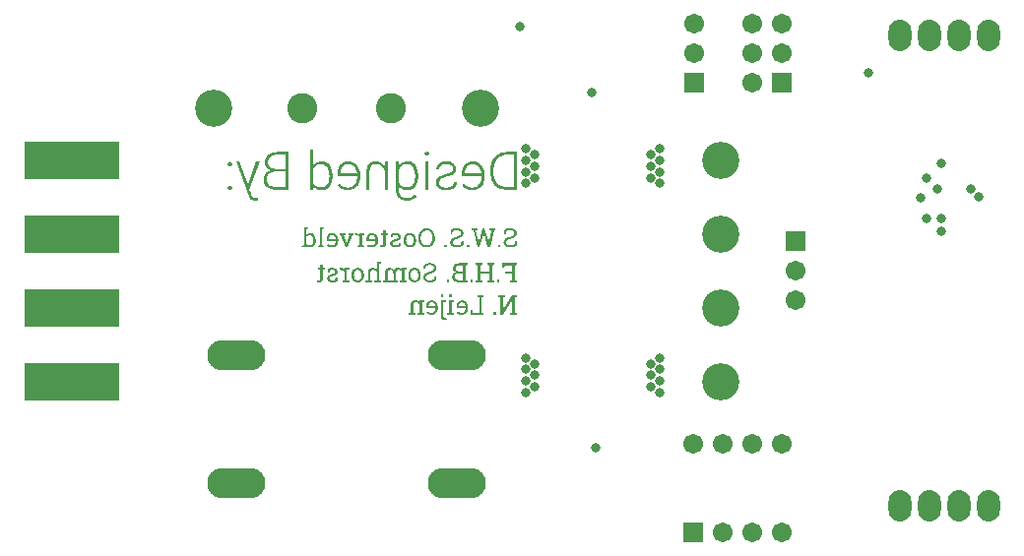
<source format=gbs>
G04*
G04 #@! TF.GenerationSoftware,Altium Limited,Altium Designer,18.1.9 (240)*
G04*
G04 Layer_Color=16711935*
%FSLAX25Y25*%
%MOIN*%
G70*
G01*
G75*
%ADD31C,0.03162*%
%ADD32R,0.06706X0.06706*%
%ADD33C,0.06706*%
%ADD34R,0.32296X0.12611*%
%ADD35C,0.10249*%
%ADD36C,0.12611*%
%ADD37O,0.19698X0.10249*%
%ADD38O,0.07690X0.10642*%
G36*
X102125Y-8874D02*
X101261D01*
Y-8021D01*
X102125D01*
Y-8874D01*
D02*
G37*
G36*
X104934Y-8896D02*
X104070D01*
Y-8021D01*
X104934D01*
Y-8896D01*
D02*
G37*
G36*
X126969Y-9027D02*
X126258Y-9147D01*
Y-14164D01*
X126969Y-14284D01*
Y-14830D01*
X124684D01*
Y-14284D01*
X125395Y-14164D01*
Y-9934D01*
X125373Y-9923D01*
X122312Y-14830D01*
X121449D01*
Y-9147D01*
X120738Y-9027D01*
Y-8469D01*
X123023D01*
Y-9027D01*
X122312Y-9147D01*
Y-13377D01*
X122334D01*
X125395Y-8469D01*
X126969D01*
Y-9027D01*
D02*
G37*
G36*
X115765D02*
X115055Y-9147D01*
Y-14164D01*
X115765Y-14284D01*
Y-14830D01*
X111186D01*
Y-13431D01*
X111918D01*
X111984Y-14164D01*
X114191D01*
Y-9147D01*
X113481Y-9027D01*
Y-8469D01*
X115765D01*
Y-9027D01*
D02*
G37*
G36*
X108573Y-10032D02*
X108715Y-10054D01*
X108858Y-10087D01*
X108989Y-10131D01*
X109240Y-10240D01*
X109448Y-10360D01*
X109623Y-10480D01*
X109688Y-10546D01*
X109743Y-10590D01*
X109787Y-10633D01*
X109819Y-10666D01*
X109841Y-10688D01*
X109852Y-10699D01*
X109961Y-10830D01*
X110049Y-10961D01*
X110125Y-11103D01*
X110202Y-11245D01*
X110311Y-11519D01*
X110377Y-11781D01*
X110399Y-11901D01*
X110421Y-12021D01*
X110431Y-12120D01*
X110442Y-12207D01*
X110453Y-12273D01*
Y-12327D01*
Y-12360D01*
Y-12371D01*
Y-12568D01*
X110442Y-12765D01*
X110431Y-12940D01*
X110366Y-13278D01*
X110322Y-13431D01*
X110267Y-13574D01*
X110213Y-13694D01*
X110158Y-13814D01*
X110115Y-13923D01*
X110060Y-14011D01*
X110005Y-14087D01*
X109961Y-14153D01*
X109929Y-14208D01*
X109896Y-14240D01*
X109885Y-14262D01*
X109874Y-14273D01*
X109754Y-14382D01*
X109634Y-14481D01*
X109513Y-14568D01*
X109382Y-14645D01*
X109240Y-14710D01*
X109109Y-14765D01*
X108858Y-14841D01*
X108748Y-14863D01*
X108639Y-14885D01*
X108540Y-14896D01*
X108453Y-14907D01*
X108387Y-14918D01*
X108289D01*
X108081Y-14907D01*
X107885Y-14896D01*
X107721Y-14863D01*
X107579Y-14830D01*
X107458Y-14809D01*
X107371Y-14776D01*
X107316Y-14765D01*
X107294Y-14754D01*
X107141Y-14688D01*
X107010Y-14623D01*
X106890Y-14557D01*
X106792Y-14492D01*
X106715Y-14437D01*
X106661Y-14393D01*
X106628Y-14360D01*
X106617Y-14349D01*
X106956Y-13792D01*
X107141Y-13934D01*
X107240Y-14000D01*
X107327Y-14043D01*
X107404Y-14076D01*
X107469Y-14109D01*
X107513Y-14120D01*
X107524Y-14131D01*
X107655Y-14175D01*
X107786Y-14197D01*
X107907Y-14218D01*
X108027Y-14240D01*
X108136D01*
X108213Y-14251D01*
X108289D01*
X108497Y-14229D01*
X108694Y-14186D01*
X108847Y-14109D01*
X108989Y-14033D01*
X109087Y-13956D01*
X109163Y-13880D01*
X109218Y-13836D01*
X109229Y-13814D01*
X109338Y-13639D01*
X109415Y-13453D01*
X109481Y-13268D01*
X109524Y-13093D01*
X109546Y-12940D01*
X109557Y-12808D01*
X109568Y-12765D01*
Y-12732D01*
Y-12710D01*
Y-12699D01*
X109557Y-12677D01*
X106486D01*
Y-12131D01*
Y-11956D01*
X106508Y-11792D01*
X106562Y-11486D01*
X106639Y-11224D01*
X106682Y-11103D01*
X106726Y-11005D01*
X106781Y-10907D01*
X106825Y-10830D01*
X106868Y-10764D01*
X106901Y-10699D01*
X106934Y-10655D01*
X106956Y-10622D01*
X106967Y-10611D01*
X106977Y-10601D01*
X107076Y-10502D01*
X107185Y-10404D01*
X107294Y-10327D01*
X107415Y-10262D01*
X107655Y-10163D01*
X107885Y-10098D01*
X108092Y-10054D01*
X108180Y-10043D01*
X108267Y-10032D01*
X108333Y-10021D01*
X108420D01*
X108573Y-10032D01*
D02*
G37*
G36*
X98332D02*
X98474Y-10054D01*
X98616Y-10087D01*
X98747Y-10131D01*
X98999Y-10240D01*
X99206Y-10360D01*
X99381Y-10480D01*
X99447Y-10546D01*
X99501Y-10590D01*
X99545Y-10633D01*
X99578Y-10666D01*
X99600Y-10688D01*
X99611Y-10699D01*
X99720Y-10830D01*
X99808Y-10961D01*
X99884Y-11103D01*
X99961Y-11245D01*
X100070Y-11519D01*
X100135Y-11781D01*
X100157Y-11901D01*
X100179Y-12021D01*
X100190Y-12120D01*
X100201Y-12207D01*
X100212Y-12273D01*
Y-12327D01*
Y-12360D01*
Y-12371D01*
Y-12568D01*
X100201Y-12765D01*
X100190Y-12940D01*
X100124Y-13278D01*
X100081Y-13431D01*
X100026Y-13574D01*
X99971Y-13694D01*
X99917Y-13814D01*
X99873Y-13923D01*
X99818Y-14011D01*
X99764Y-14087D01*
X99720Y-14153D01*
X99687Y-14208D01*
X99654Y-14240D01*
X99643Y-14262D01*
X99633Y-14273D01*
X99512Y-14382D01*
X99392Y-14481D01*
X99272Y-14568D01*
X99141Y-14645D01*
X98999Y-14710D01*
X98867Y-14765D01*
X98616Y-14841D01*
X98507Y-14863D01*
X98397Y-14885D01*
X98299Y-14896D01*
X98212Y-14907D01*
X98146Y-14918D01*
X98048D01*
X97840Y-14907D01*
X97643Y-14896D01*
X97479Y-14863D01*
X97337Y-14830D01*
X97217Y-14809D01*
X97130Y-14776D01*
X97075Y-14765D01*
X97053Y-14754D01*
X96900Y-14688D01*
X96769Y-14623D01*
X96649Y-14557D01*
X96550Y-14492D01*
X96474Y-14437D01*
X96419Y-14393D01*
X96386Y-14360D01*
X96375Y-14349D01*
X96714Y-13792D01*
X96900Y-13934D01*
X96999Y-14000D01*
X97086Y-14043D01*
X97162Y-14076D01*
X97228Y-14109D01*
X97272Y-14120D01*
X97283Y-14131D01*
X97414Y-14175D01*
X97545Y-14197D01*
X97665Y-14218D01*
X97785Y-14240D01*
X97895D01*
X97971Y-14251D01*
X98048D01*
X98255Y-14229D01*
X98452Y-14186D01*
X98605Y-14109D01*
X98747Y-14033D01*
X98846Y-13956D01*
X98922Y-13880D01*
X98977Y-13836D01*
X98988Y-13814D01*
X99097Y-13639D01*
X99173Y-13453D01*
X99239Y-13268D01*
X99283Y-13093D01*
X99305Y-12940D01*
X99316Y-12808D01*
X99326Y-12765D01*
Y-12732D01*
Y-12710D01*
Y-12699D01*
X99316Y-12677D01*
X96244D01*
Y-12131D01*
Y-11956D01*
X96266Y-11792D01*
X96321Y-11486D01*
X96397Y-11224D01*
X96441Y-11103D01*
X96485Y-11005D01*
X96539Y-10907D01*
X96583Y-10830D01*
X96627Y-10764D01*
X96660Y-10699D01*
X96692Y-10655D01*
X96714Y-10622D01*
X96725Y-10611D01*
X96736Y-10601D01*
X96834Y-10502D01*
X96944Y-10404D01*
X97053Y-10327D01*
X97173Y-10262D01*
X97414Y-10163D01*
X97643Y-10098D01*
X97851Y-10054D01*
X97938Y-10043D01*
X98026Y-10032D01*
X98091Y-10021D01*
X98179D01*
X98332Y-10032D01*
D02*
G37*
G36*
X119831Y-14830D02*
X118968D01*
Y-13956D01*
X119831D01*
Y-14830D01*
D02*
G37*
G36*
X105644Y-10666D02*
X104934Y-10786D01*
Y-14164D01*
X105644Y-14284D01*
Y-14830D01*
X103360D01*
Y-14284D01*
X104070Y-14164D01*
Y-10109D01*
X105644D01*
Y-10666D01*
D02*
G37*
G36*
X92747Y-10032D02*
X92900Y-10054D01*
X93042Y-10087D01*
X93162Y-10120D01*
X93260Y-10163D01*
X93337Y-10196D01*
X93381Y-10218D01*
X93402Y-10229D01*
X93523Y-10316D01*
X93643Y-10404D01*
X93741Y-10502D01*
X93818Y-10601D01*
X93894Y-10677D01*
X93938Y-10743D01*
X93971Y-10786D01*
X93982Y-10808D01*
X94047Y-10109D01*
X95523D01*
Y-10666D01*
X94813Y-10786D01*
Y-14164D01*
X95523Y-14284D01*
Y-14830D01*
X93239D01*
Y-14284D01*
X93960Y-14164D01*
Y-11388D01*
X93894Y-11278D01*
X93818Y-11180D01*
X93741Y-11103D01*
X93665Y-11027D01*
X93599Y-10983D01*
X93545Y-10939D01*
X93512Y-10917D01*
X93501Y-10907D01*
X93392Y-10841D01*
X93282Y-10797D01*
X93173Y-10764D01*
X93064Y-10743D01*
X92976Y-10732D01*
X92911Y-10721D01*
X92845D01*
X92670Y-10732D01*
X92506Y-10764D01*
X92375Y-10808D01*
X92277Y-10852D01*
X92189Y-10896D01*
X92135Y-10939D01*
X92102Y-10972D01*
X92091Y-10983D01*
X92003Y-11092D01*
X91949Y-11235D01*
X91905Y-11377D01*
X91872Y-11519D01*
X91850Y-11661D01*
X91839Y-11770D01*
Y-11814D01*
Y-11836D01*
Y-11857D01*
Y-11868D01*
Y-14164D01*
X92550Y-14284D01*
Y-14830D01*
X90266D01*
Y-14284D01*
X90976Y-14164D01*
Y-11847D01*
Y-11683D01*
X90998Y-11519D01*
X91020Y-11377D01*
X91042Y-11235D01*
X91074Y-11114D01*
X91107Y-11005D01*
X91151Y-10896D01*
X91184Y-10808D01*
X91271Y-10655D01*
X91337Y-10557D01*
X91380Y-10491D01*
X91402Y-10469D01*
X91577Y-10316D01*
X91763Y-10207D01*
X91960Y-10131D01*
X92146Y-10076D01*
X92320Y-10043D01*
X92397Y-10032D01*
X92452D01*
X92506Y-10021D01*
X92583D01*
X92747Y-10032D01*
D02*
G37*
G36*
X102813Y-10666D02*
X102103Y-10786D01*
Y-15213D01*
X102114Y-15366D01*
X102125Y-15497D01*
X102157Y-15607D01*
X102190Y-15683D01*
X102223Y-15749D01*
X102245Y-15803D01*
X102267Y-15825D01*
X102278Y-15836D01*
X102343Y-15902D01*
X102420Y-15945D01*
X102496Y-15989D01*
X102562Y-16011D01*
X102627Y-16022D01*
X102682Y-16033D01*
X102780D01*
X102846Y-16022D01*
X102890Y-16011D01*
X102912D01*
X102988Y-16000D01*
X103043Y-15989D01*
X103076Y-15978D01*
X103086D01*
X103141Y-16656D01*
X103054Y-16678D01*
X102977Y-16700D01*
X102933Y-16710D01*
X102912D01*
X102824Y-16721D01*
X102748Y-16732D01*
X102660D01*
X102420Y-16710D01*
X102212Y-16667D01*
X102037Y-16612D01*
X101895Y-16536D01*
X101775Y-16459D01*
X101687Y-16404D01*
X101644Y-16361D01*
X101622Y-16339D01*
X101491Y-16175D01*
X101403Y-16000D01*
X101338Y-15814D01*
X101283Y-15628D01*
X101261Y-15464D01*
X101250Y-15333D01*
X101239Y-15279D01*
Y-15246D01*
Y-15224D01*
Y-15213D01*
Y-10109D01*
X102813D01*
Y-10666D01*
D02*
G37*
G36*
X81073Y2413D02*
X80363Y2282D01*
Y-3183D01*
X81073Y-3303D01*
Y-3850D01*
X78789D01*
Y-3303D01*
X79500Y-3183D01*
Y-363D01*
X79423Y-264D01*
X79347Y-177D01*
X79270Y-101D01*
X79194Y-35D01*
X79117Y20D01*
X79062Y52D01*
X79030Y74D01*
X79019Y85D01*
X78909Y140D01*
X78789Y184D01*
X78680Y216D01*
X78581Y238D01*
X78505Y249D01*
X78428Y260D01*
X78374D01*
X78199Y249D01*
X78046Y216D01*
X77915Y173D01*
X77805Y118D01*
X77729Y63D01*
X77663Y20D01*
X77631Y-13D01*
X77620Y-24D01*
X77532Y-144D01*
X77478Y-276D01*
X77434Y-418D01*
X77401Y-560D01*
X77379Y-691D01*
X77368Y-789D01*
Y-833D01*
Y-866D01*
Y-877D01*
Y-888D01*
Y-3183D01*
X78089Y-3303D01*
Y-3850D01*
X75794D01*
Y-3303D01*
X76516Y-3183D01*
Y-888D01*
Y-713D01*
X76538Y-560D01*
X76548Y-407D01*
X76581Y-276D01*
X76614Y-144D01*
X76647Y-35D01*
X76680Y63D01*
X76723Y162D01*
X76767Y238D01*
X76800Y315D01*
X76865Y413D01*
X76909Y479D01*
X76931Y501D01*
X77106Y654D01*
X77292Y763D01*
X77488Y850D01*
X77674Y905D01*
X77849Y938D01*
X77926Y949D01*
X77980D01*
X78035Y960D01*
X78111D01*
X78275Y949D01*
X78417Y927D01*
X78549Y905D01*
X78669Y872D01*
X78767Y828D01*
X78833Y807D01*
X78887Y785D01*
X78898Y774D01*
X79030Y697D01*
X79139Y610D01*
X79237Y522D01*
X79325Y446D01*
X79401Y369D01*
X79456Y304D01*
X79489Y260D01*
X79500Y249D01*
Y2960D01*
X81073D01*
Y2413D01*
D02*
G37*
G36*
X86801Y949D02*
X86954Y927D01*
X87096Y905D01*
X87216Y872D01*
X87314Y828D01*
X87391Y807D01*
X87435Y785D01*
X87457Y774D01*
X87588Y697D01*
X87697Y621D01*
X87795Y533D01*
X87883Y457D01*
X87948Y380D01*
X87992Y315D01*
X88025Y271D01*
X88036Y260D01*
X88101Y872D01*
X89577D01*
Y315D01*
X88867Y195D01*
Y-3183D01*
X89577Y-3303D01*
Y-3850D01*
X87293D01*
Y-3303D01*
X88014Y-3183D01*
Y-352D01*
X87959Y-243D01*
X87894Y-155D01*
X87828Y-79D01*
X87763Y-13D01*
X87708Y31D01*
X87664Y63D01*
X87631Y85D01*
X87621Y96D01*
X87522Y151D01*
X87413Y195D01*
X87304Y216D01*
X87205Y238D01*
X87118Y249D01*
X87041Y260D01*
X86976D01*
X86812Y249D01*
X86670Y216D01*
X86549Y162D01*
X86440Y107D01*
X86364Y52D01*
X86309Y-2D01*
X86276Y-35D01*
X86265Y-46D01*
X86178Y-177D01*
X86123Y-330D01*
X86079Y-483D01*
X86047Y-647D01*
X86025Y-789D01*
X86014Y-909D01*
Y-953D01*
Y-986D01*
Y-1008D01*
Y-1019D01*
Y-3183D01*
X86724Y-3303D01*
Y-3850D01*
X84440D01*
Y-3303D01*
X85150Y-3183D01*
Y-855D01*
X85128Y-680D01*
X85085Y-527D01*
X85030Y-396D01*
X84975Y-276D01*
X84921Y-177D01*
X84877Y-111D01*
X84844Y-68D01*
X84833Y-57D01*
X84724Y52D01*
X84604Y129D01*
X84484Y184D01*
X84374Y216D01*
X84265Y249D01*
X84188Y260D01*
X84112D01*
X83948Y249D01*
X83806Y216D01*
X83686Y162D01*
X83576Y118D01*
X83500Y63D01*
X83445Y9D01*
X83412Y-24D01*
X83402Y-35D01*
X83325Y-155D01*
X83259Y-308D01*
X83216Y-472D01*
X83194Y-636D01*
X83172Y-778D01*
X83161Y-909D01*
Y-953D01*
Y-986D01*
Y-1008D01*
Y-1019D01*
Y-3183D01*
X83872Y-3303D01*
Y-3850D01*
X81576D01*
Y-3303D01*
X82287Y-3183D01*
Y-1030D01*
Y-844D01*
X82309Y-680D01*
X82330Y-527D01*
X82352Y-374D01*
X82385Y-243D01*
X82418Y-122D01*
X82462Y-13D01*
X82494Y85D01*
X82538Y173D01*
X82582Y249D01*
X82615Y315D01*
X82647Y369D01*
X82669Y402D01*
X82691Y435D01*
X82713Y457D01*
X82789Y544D01*
X82877Y621D01*
X83063Y752D01*
X83259Y839D01*
X83445Y894D01*
X83609Y938D01*
X83675Y949D01*
X83740D01*
X83795Y960D01*
X83861D01*
X84035Y949D01*
X84199Y927D01*
X84342Y883D01*
X84462Y839D01*
X84571Y796D01*
X84648Y752D01*
X84691Y730D01*
X84713Y719D01*
X84844Y632D01*
X84965Y522D01*
X85063Y413D01*
X85150Y315D01*
X85216Y227D01*
X85260Y151D01*
X85292Y107D01*
X85303Y85D01*
X85380Y238D01*
X85456Y369D01*
X85544Y490D01*
X85620Y577D01*
X85697Y654D01*
X85762Y697D01*
X85806Y730D01*
X85817Y741D01*
X85948Y817D01*
X86090Y872D01*
X86221Y905D01*
X86353Y938D01*
X86462Y949D01*
X86549Y960D01*
X86626D01*
X86801Y949D01*
D02*
G37*
G36*
X119252Y1954D02*
X118542Y1834D01*
Y-3183D01*
X119252Y-3303D01*
Y-3850D01*
X116968D01*
Y-3303D01*
X117678Y-3183D01*
Y-1041D01*
X114596D01*
Y-3183D01*
X115306Y-3303D01*
Y-3850D01*
X113022D01*
Y-3303D01*
X113732Y-3183D01*
Y1834D01*
X113022Y1954D01*
Y2512D01*
X115306D01*
Y1954D01*
X114596Y1834D01*
Y-363D01*
X117678D01*
Y1834D01*
X116968Y1954D01*
Y2512D01*
X119252D01*
Y1954D01*
D02*
G37*
G36*
X61246Y872D02*
X61990D01*
Y238D01*
X61246D01*
Y-2636D01*
X61235Y-2877D01*
X61203Y-3073D01*
X61148Y-3248D01*
X61093Y-3390D01*
X61039Y-3500D01*
X60984Y-3565D01*
X60951Y-3620D01*
X60940Y-3631D01*
X60809Y-3729D01*
X60678Y-3806D01*
X60536Y-3861D01*
X60405Y-3893D01*
X60285Y-3915D01*
X60186Y-3937D01*
X60099D01*
X59935Y-3926D01*
X59782Y-3915D01*
X59727Y-3904D01*
X59683D01*
X59651Y-3893D01*
X59640D01*
X59476Y-3850D01*
X59421Y-3828D01*
X59367Y-3806D01*
X59323Y-3795D01*
X59290Y-3773D01*
X59279Y-3762D01*
X59268D01*
X59388Y-3183D01*
X59465Y-3194D01*
X59541Y-3216D01*
X59607Y-3227D01*
X59629D01*
X59727Y-3238D01*
X59880D01*
X59957Y-3227D01*
X60033Y-3216D01*
X60153Y-3172D01*
X60197Y-3150D01*
X60230Y-3128D01*
X60241Y-3106D01*
X60252D01*
X60295Y-3041D01*
X60328Y-2975D01*
X60361Y-2822D01*
X60372Y-2746D01*
X60383Y-2691D01*
Y-2647D01*
Y-2636D01*
Y238D01*
X59487D01*
Y872D01*
X60383D01*
Y2020D01*
X61246D01*
Y872D01*
D02*
G37*
G36*
X126969Y1954D02*
X126258Y1834D01*
Y-3183D01*
X126969Y-3303D01*
Y-3850D01*
X124684D01*
Y-3303D01*
X125395Y-3183D01*
Y-1041D01*
X122935D01*
Y-363D01*
X125395D01*
Y1834D01*
X122859D01*
X122782Y981D01*
X122050D01*
Y2512D01*
X126969D01*
Y1954D01*
D02*
G37*
G36*
X121088Y-3850D02*
X120225D01*
Y-2975D01*
X121088D01*
Y-3850D01*
D02*
G37*
G36*
X112060D02*
X111196D01*
Y-2975D01*
X112060D01*
Y-3850D01*
D02*
G37*
G36*
X110224Y1954D02*
X109513Y1834D01*
Y-3183D01*
X110224Y-3303D01*
Y-3850D01*
X107163D01*
X106814Y-3828D01*
X106508Y-3773D01*
X106245Y-3708D01*
X106136Y-3664D01*
X106027Y-3620D01*
X105939Y-3576D01*
X105852Y-3533D01*
X105786Y-3500D01*
X105721Y-3467D01*
X105677Y-3434D01*
X105644Y-3412D01*
X105633Y-3390D01*
X105622D01*
X105524Y-3303D01*
X105436Y-3205D01*
X105360Y-3095D01*
X105294Y-2986D01*
X105196Y-2767D01*
X105119Y-2549D01*
X105087Y-2352D01*
X105076Y-2276D01*
X105065Y-2199D01*
X105054Y-2145D01*
Y-2090D01*
Y-2068D01*
Y-2057D01*
X105065Y-1849D01*
X105108Y-1653D01*
X105163Y-1478D01*
X105218Y-1336D01*
X105283Y-1204D01*
X105338Y-1117D01*
X105382Y-1062D01*
X105393Y-1041D01*
X105524Y-888D01*
X105677Y-767D01*
X105819Y-658D01*
X105972Y-592D01*
X106103Y-538D01*
X106202Y-494D01*
X106245Y-483D01*
X106278D01*
X106289Y-472D01*
X106300D01*
X106136Y-407D01*
X106005Y-330D01*
X105874Y-243D01*
X105775Y-166D01*
X105699Y-90D01*
X105633Y-35D01*
X105600Y9D01*
X105589Y20D01*
X105502Y151D01*
X105436Y282D01*
X105382Y413D01*
X105349Y533D01*
X105327Y632D01*
X105316Y708D01*
Y763D01*
Y785D01*
X105327Y938D01*
X105338Y1091D01*
X105404Y1353D01*
X105491Y1572D01*
X105600Y1757D01*
X105710Y1900D01*
X105797Y1998D01*
X105863Y2053D01*
X105874Y2074D01*
X105885D01*
X106114Y2217D01*
X106366Y2326D01*
X106617Y2402D01*
X106868Y2457D01*
X107087Y2490D01*
X107185Y2501D01*
X107273D01*
X107338Y2512D01*
X110224D01*
Y1954D01*
D02*
G37*
G36*
X104026Y-3850D02*
X103163D01*
Y-2975D01*
X104026D01*
Y-3850D01*
D02*
G37*
G36*
X67553Y949D02*
X67684Y927D01*
X67794Y894D01*
X67892Y861D01*
X67979Y817D01*
X68034Y785D01*
X68078Y763D01*
X68089Y752D01*
X68198Y675D01*
X68296Y577D01*
X68373Y490D01*
X68449Y391D01*
X68515Y315D01*
X68559Y249D01*
X68580Y205D01*
X68591Y184D01*
X68668Y872D01*
X70154D01*
Y315D01*
X69444Y195D01*
Y-3183D01*
X70154Y-3303D01*
Y-3850D01*
X67870D01*
Y-3303D01*
X68580Y-3183D01*
Y-472D01*
X68526Y-363D01*
X68471Y-276D01*
X68406Y-199D01*
X68351Y-133D01*
X68296Y-90D01*
X68252Y-57D01*
X68231Y-35D01*
X68220Y-24D01*
X68132Y31D01*
X68034Y74D01*
X67936Y96D01*
X67848Y118D01*
X67772Y129D01*
X67706Y140D01*
X67651D01*
X67160Y118D01*
X67050Y916D01*
X67094Y927D01*
X67149D01*
X67192Y938D01*
X67214D01*
X67291Y949D01*
X67356Y960D01*
X67422D01*
X67553Y949D01*
D02*
G37*
G36*
X97818Y2577D02*
X98135Y2523D01*
X98288Y2479D01*
X98419Y2435D01*
X98540Y2392D01*
X98649Y2348D01*
X98758Y2304D01*
X98846Y2260D01*
X98922Y2217D01*
X98977Y2173D01*
X99031Y2140D01*
X99064Y2118D01*
X99086Y2107D01*
X99097Y2096D01*
X99206Y1998D01*
X99305Y1900D01*
X99392Y1801D01*
X99458Y1692D01*
X99523Y1594D01*
X99578Y1495D01*
X99654Y1299D01*
X99698Y1124D01*
X99709Y1047D01*
X99720Y981D01*
X99731Y938D01*
Y894D01*
Y872D01*
Y861D01*
X99720Y730D01*
X99709Y610D01*
X99643Y380D01*
X99556Y173D01*
X99447Y9D01*
X99338Y-133D01*
X99250Y-232D01*
X99185Y-297D01*
X99173Y-308D01*
X99163Y-319D01*
X98933Y-483D01*
X98682Y-625D01*
X98419Y-746D01*
X98157Y-844D01*
X97938Y-920D01*
X97840Y-953D01*
X97753Y-975D01*
X97687Y-997D01*
X97632Y-1008D01*
X97600Y-1019D01*
X97589D01*
X97436Y-1062D01*
X97304Y-1095D01*
X97173Y-1139D01*
X97053Y-1183D01*
X96856Y-1270D01*
X96692Y-1347D01*
X96572Y-1412D01*
X96496Y-1467D01*
X96441Y-1511D01*
X96430Y-1522D01*
X96321Y-1642D01*
X96244Y-1762D01*
X96179Y-1882D01*
X96146Y-2002D01*
X96124Y-2101D01*
X96102Y-2177D01*
Y-2232D01*
Y-2254D01*
X96113Y-2418D01*
X96157Y-2571D01*
X96222Y-2691D01*
X96288Y-2800D01*
X96364Y-2888D01*
X96419Y-2942D01*
X96463Y-2986D01*
X96485Y-2997D01*
X96638Y-3084D01*
X96802Y-3150D01*
X96977Y-3205D01*
X97141Y-3238D01*
X97283Y-3259D01*
X97403Y-3270D01*
X97512D01*
X97687Y-3259D01*
X97840Y-3248D01*
X97982Y-3227D01*
X98102Y-3205D01*
X98212Y-3183D01*
X98277Y-3161D01*
X98332Y-3139D01*
X98343D01*
X98463Y-3084D01*
X98572Y-3030D01*
X98682Y-2975D01*
X98769Y-2921D01*
X98835Y-2877D01*
X98889Y-2844D01*
X98922Y-2822D01*
X98933Y-2811D01*
X99097Y-1893D01*
X99742D01*
Y-3073D01*
X99600Y-3216D01*
X99447Y-3336D01*
X99294Y-3445D01*
X99141Y-3533D01*
X99010Y-3609D01*
X98911Y-3664D01*
X98867Y-3686D01*
X98835Y-3697D01*
X98824Y-3708D01*
X98813D01*
X98594Y-3784D01*
X98365Y-3839D01*
X98146Y-3882D01*
X97949Y-3904D01*
X97774Y-3926D01*
X97698D01*
X97632Y-3937D01*
X97512D01*
X97151Y-3915D01*
X96824Y-3861D01*
X96681Y-3828D01*
X96550Y-3795D01*
X96419Y-3751D01*
X96310Y-3708D01*
X96211Y-3664D01*
X96124Y-3620D01*
X96048Y-3587D01*
X95982Y-3554D01*
X95938Y-3522D01*
X95905Y-3500D01*
X95884Y-3478D01*
X95873D01*
X95763Y-3390D01*
X95665Y-3292D01*
X95578Y-3194D01*
X95501Y-3084D01*
X95446Y-2986D01*
X95392Y-2877D01*
X95315Y-2680D01*
X95271Y-2505D01*
X95261Y-2440D01*
X95250Y-2374D01*
X95239Y-2319D01*
Y-2276D01*
Y-2254D01*
Y-2243D01*
X95250Y-2112D01*
X95261Y-1980D01*
X95315Y-1751D01*
X95403Y-1543D01*
X95501Y-1369D01*
X95599Y-1226D01*
X95676Y-1128D01*
X95741Y-1062D01*
X95752Y-1041D01*
X95763D01*
X95862Y-953D01*
X95982Y-866D01*
X96222Y-724D01*
X96474Y-592D01*
X96725Y-494D01*
X96944Y-418D01*
X97042Y-385D01*
X97130Y-352D01*
X97195Y-330D01*
X97250Y-319D01*
X97283Y-308D01*
X97294D01*
X97589Y-232D01*
X97829Y-144D01*
X98037Y-68D01*
X98212Y9D01*
X98343Y74D01*
X98430Y129D01*
X98485Y162D01*
X98507Y173D01*
X98627Y282D01*
X98725Y402D01*
X98791Y522D01*
X98835Y632D01*
X98857Y730D01*
X98867Y807D01*
X98878Y850D01*
Y872D01*
X98867Y1036D01*
X98824Y1189D01*
X98758Y1320D01*
X98693Y1430D01*
X98627Y1517D01*
X98561Y1572D01*
X98518Y1615D01*
X98507Y1626D01*
X98354Y1725D01*
X98190Y1801D01*
X98015Y1845D01*
X97840Y1889D01*
X97687Y1911D01*
X97567Y1922D01*
X97294D01*
X97151Y1900D01*
X97020Y1889D01*
X96911Y1867D01*
X96824Y1845D01*
X96747Y1834D01*
X96703Y1812D01*
X96692D01*
X96572Y1768D01*
X96474Y1725D01*
X96386Y1681D01*
X96310Y1637D01*
X96244Y1594D01*
X96201Y1572D01*
X96179Y1550D01*
X96168Y1539D01*
X96004Y632D01*
X95359D01*
Y1812D01*
X95490Y1932D01*
X95632Y2042D01*
X95774Y2129D01*
X95916Y2217D01*
X96048Y2282D01*
X96146Y2326D01*
X96211Y2359D01*
X96222Y2370D01*
X96233D01*
X96441Y2446D01*
X96660Y2501D01*
X96856Y2544D01*
X97053Y2566D01*
X97217Y2588D01*
X97283D01*
X97337Y2599D01*
X97643D01*
X97818Y2577D01*
D02*
G37*
G36*
X92484Y949D02*
X92659Y927D01*
X92812Y894D01*
X92965Y850D01*
X93107Y807D01*
X93228Y741D01*
X93348Y686D01*
X93457Y621D01*
X93545Y555D01*
X93632Y501D01*
X93698Y435D01*
X93752Y391D01*
X93807Y347D01*
X93840Y315D01*
X93851Y293D01*
X93862Y282D01*
X93960Y151D01*
X94047Y9D01*
X94124Y-133D01*
X94189Y-276D01*
X94288Y-560D01*
X94353Y-833D01*
X94386Y-964D01*
X94397Y-1073D01*
X94408Y-1183D01*
X94419Y-1270D01*
X94430Y-1347D01*
Y-1401D01*
Y-1434D01*
Y-1445D01*
Y-1543D01*
X94419Y-1740D01*
X94408Y-1915D01*
X94342Y-2254D01*
X94299Y-2407D01*
X94255Y-2549D01*
X94200Y-2680D01*
X94146Y-2800D01*
X94091Y-2910D01*
X94036Y-2997D01*
X93993Y-3084D01*
X93949Y-3150D01*
X93916Y-3205D01*
X93883Y-3238D01*
X93872Y-3259D01*
X93862Y-3270D01*
X93752Y-3390D01*
X93632Y-3489D01*
X93512Y-3576D01*
X93381Y-3653D01*
X93249Y-3718D01*
X93118Y-3773D01*
X92867Y-3850D01*
X92648Y-3904D01*
X92550Y-3915D01*
X92473Y-3926D01*
X92408Y-3937D01*
X92309D01*
X92135Y-3926D01*
X91960Y-3904D01*
X91796Y-3871D01*
X91654Y-3828D01*
X91512Y-3784D01*
X91380Y-3729D01*
X91271Y-3664D01*
X91162Y-3598D01*
X91074Y-3543D01*
X90987Y-3478D01*
X90921Y-3423D01*
X90856Y-3369D01*
X90812Y-3336D01*
X90779Y-3303D01*
X90768Y-3281D01*
X90757Y-3270D01*
X90659Y-3139D01*
X90572Y-3008D01*
X90495Y-2866D01*
X90430Y-2724D01*
X90331Y-2429D01*
X90255Y-2155D01*
X90233Y-2035D01*
X90222Y-1915D01*
X90211Y-1806D01*
X90200Y-1718D01*
X90189Y-1642D01*
Y-1587D01*
Y-1554D01*
Y-1543D01*
Y-1445D01*
X90200Y-1248D01*
X90211Y-1073D01*
X90276Y-734D01*
X90320Y-581D01*
X90375Y-439D01*
X90430Y-308D01*
X90473Y-188D01*
X90528Y-79D01*
X90583Y9D01*
X90637Y96D01*
X90681Y162D01*
X90714Y216D01*
X90746Y249D01*
X90757Y271D01*
X90768Y282D01*
X90878Y402D01*
X90998Y501D01*
X91118Y599D01*
X91249Y675D01*
X91380Y741D01*
X91501Y796D01*
X91752Y872D01*
X91971Y927D01*
X92069Y938D01*
X92146Y949D01*
X92211Y960D01*
X92309D01*
X92484Y949D01*
D02*
G37*
G36*
X73226D02*
X73401Y927D01*
X73554Y894D01*
X73707Y850D01*
X73849Y807D01*
X73969Y741D01*
X74089Y686D01*
X74199Y621D01*
X74286Y555D01*
X74373Y501D01*
X74439Y435D01*
X74494Y391D01*
X74548Y347D01*
X74581Y315D01*
X74592Y293D01*
X74603Y282D01*
X74701Y151D01*
X74789Y9D01*
X74865Y-133D01*
X74931Y-276D01*
X75029Y-560D01*
X75095Y-833D01*
X75128Y-964D01*
X75138Y-1073D01*
X75149Y-1183D01*
X75160Y-1270D01*
X75171Y-1347D01*
Y-1401D01*
Y-1434D01*
Y-1445D01*
Y-1543D01*
X75160Y-1740D01*
X75149Y-1915D01*
X75084Y-2254D01*
X75040Y-2407D01*
X74996Y-2549D01*
X74942Y-2680D01*
X74887Y-2800D01*
X74832Y-2910D01*
X74778Y-2997D01*
X74734Y-3084D01*
X74690Y-3150D01*
X74657Y-3205D01*
X74625Y-3238D01*
X74614Y-3259D01*
X74603Y-3270D01*
X74494Y-3390D01*
X74373Y-3489D01*
X74253Y-3576D01*
X74122Y-3653D01*
X73991Y-3718D01*
X73860Y-3773D01*
X73608Y-3850D01*
X73390Y-3904D01*
X73291Y-3915D01*
X73215Y-3926D01*
X73149Y-3937D01*
X73051D01*
X72876Y-3926D01*
X72701Y-3904D01*
X72537Y-3871D01*
X72395Y-3828D01*
X72253Y-3784D01*
X72122Y-3729D01*
X72013Y-3664D01*
X71903Y-3598D01*
X71816Y-3543D01*
X71728Y-3478D01*
X71663Y-3423D01*
X71597Y-3369D01*
X71553Y-3336D01*
X71521Y-3303D01*
X71510Y-3281D01*
X71499Y-3270D01*
X71400Y-3139D01*
X71313Y-3008D01*
X71236Y-2866D01*
X71171Y-2724D01*
X71073Y-2429D01*
X70996Y-2155D01*
X70974Y-2035D01*
X70963Y-1915D01*
X70952Y-1806D01*
X70941Y-1718D01*
X70930Y-1642D01*
Y-1587D01*
Y-1554D01*
Y-1543D01*
Y-1445D01*
X70941Y-1248D01*
X70952Y-1073D01*
X71018Y-734D01*
X71062Y-581D01*
X71116Y-439D01*
X71171Y-308D01*
X71215Y-188D01*
X71269Y-79D01*
X71324Y9D01*
X71378Y96D01*
X71422Y162D01*
X71455Y216D01*
X71488Y249D01*
X71499Y271D01*
X71510Y282D01*
X71619Y402D01*
X71739Y501D01*
X71860Y599D01*
X71991Y675D01*
X72122Y741D01*
X72242Y796D01*
X72493Y872D01*
X72712Y927D01*
X72810Y938D01*
X72887Y949D01*
X72952Y960D01*
X73051D01*
X73226Y949D01*
D02*
G37*
G36*
X64832Y938D02*
X65083Y894D01*
X65301Y828D01*
X65476Y763D01*
X65629Y686D01*
X65739Y621D01*
X65771Y588D01*
X65804Y577D01*
X65815Y555D01*
X65826D01*
X65913Y479D01*
X65990Y402D01*
X66110Y227D01*
X66198Y63D01*
X66252Y-90D01*
X66296Y-221D01*
X66307Y-330D01*
X66318Y-374D01*
Y-407D01*
Y-418D01*
Y-428D01*
X66296Y-625D01*
X66252Y-800D01*
X66176Y-942D01*
X66099Y-1073D01*
X66023Y-1172D01*
X65946Y-1237D01*
X65903Y-1292D01*
X65881Y-1303D01*
X65695Y-1423D01*
X65498Y-1522D01*
X65280Y-1609D01*
X65072Y-1685D01*
X64886Y-1740D01*
X64799Y-1762D01*
X64733Y-1784D01*
X64667Y-1795D01*
X64624Y-1806D01*
X64602Y-1817D01*
X64591D01*
X64383Y-1871D01*
X64209Y-1926D01*
X64066Y-1970D01*
X63946Y-2024D01*
X63870Y-2068D01*
X63815Y-2101D01*
X63782Y-2123D01*
X63771Y-2134D01*
X63695Y-2210D01*
X63640Y-2287D01*
X63607Y-2363D01*
X63574Y-2440D01*
X63564Y-2505D01*
X63553Y-2560D01*
Y-2593D01*
Y-2604D01*
X63564Y-2713D01*
X63596Y-2800D01*
X63640Y-2888D01*
X63684Y-2953D01*
X63727Y-3008D01*
X63771Y-3052D01*
X63804Y-3073D01*
X63815Y-3084D01*
X63913Y-3150D01*
X64034Y-3194D01*
X64154Y-3227D01*
X64263Y-3248D01*
X64362Y-3259D01*
X64449Y-3270D01*
X64525D01*
X64722Y-3259D01*
X64810Y-3248D01*
X64897Y-3238D01*
X64963D01*
X65017Y-3227D01*
X65050Y-3216D01*
X65061D01*
X65148Y-3183D01*
X65225Y-3161D01*
X65290Y-3128D01*
X65356Y-3095D01*
X65400Y-3063D01*
X65433Y-3041D01*
X65443Y-3019D01*
X65455D01*
X65618Y-2385D01*
X66263D01*
Y-3467D01*
X66001Y-3620D01*
X65870Y-3675D01*
X65750Y-3729D01*
X65651Y-3762D01*
X65575Y-3795D01*
X65520Y-3806D01*
X65498Y-3817D01*
X65334Y-3861D01*
X65170Y-3882D01*
X65006Y-3904D01*
X64853Y-3926D01*
X64722D01*
X64613Y-3937D01*
X64525D01*
X64230Y-3915D01*
X63968Y-3871D01*
X63749Y-3817D01*
X63553Y-3740D01*
X63400Y-3675D01*
X63290Y-3609D01*
X63257Y-3587D01*
X63225Y-3565D01*
X63214Y-3554D01*
X63203D01*
X63115Y-3478D01*
X63028Y-3401D01*
X62908Y-3238D01*
X62809Y-3063D01*
X62755Y-2899D01*
X62711Y-2757D01*
X62700Y-2647D01*
X62689Y-2604D01*
Y-2571D01*
Y-2549D01*
Y-2538D01*
X62711Y-2341D01*
X62755Y-2166D01*
X62831Y-2013D01*
X62908Y-1882D01*
X62984Y-1784D01*
X63061Y-1707D01*
X63104Y-1664D01*
X63126Y-1653D01*
X63312Y-1532D01*
X63520Y-1434D01*
X63739Y-1347D01*
X63957Y-1270D01*
X64154Y-1204D01*
X64241Y-1183D01*
X64318Y-1161D01*
X64372Y-1150D01*
X64416Y-1139D01*
X64449Y-1128D01*
X64460D01*
X64667Y-1084D01*
X64842Y-1030D01*
X64974Y-986D01*
X65083Y-942D01*
X65159Y-898D01*
X65214Y-866D01*
X65247Y-855D01*
X65258Y-844D01*
X65323Y-778D01*
X65367Y-702D01*
X65411Y-636D01*
X65433Y-560D01*
X65443Y-505D01*
X65455Y-450D01*
Y-418D01*
Y-407D01*
X65443Y-308D01*
X65422Y-210D01*
X65389Y-133D01*
X65345Y-57D01*
X65301Y-2D01*
X65269Y41D01*
X65247Y63D01*
X65236Y74D01*
X65137Y140D01*
X65028Y195D01*
X64919Y227D01*
X64810Y260D01*
X64700Y271D01*
X64624Y282D01*
X64547D01*
X64340Y271D01*
X64252Y260D01*
X64165Y238D01*
X64099Y227D01*
X64055Y205D01*
X64023Y195D01*
X64012D01*
X63848Y118D01*
X63782Y85D01*
X63727Y41D01*
X63684Y9D01*
X63640Y-24D01*
X63629Y-35D01*
X63618Y-46D01*
X63476Y-614D01*
X62831D01*
X62875Y435D01*
X62984Y522D01*
X63104Y599D01*
X63225Y665D01*
X63334Y719D01*
X63432Y763D01*
X63509Y796D01*
X63564Y807D01*
X63585Y817D01*
X63749Y861D01*
X63913Y905D01*
X64077Y927D01*
X64230Y938D01*
X64350Y949D01*
X64460Y960D01*
X64547D01*
X64832Y938D01*
D02*
G37*
G36*
X119777Y13765D02*
X119263Y13700D01*
X117875Y7961D01*
X117110D01*
X115831Y12366D01*
X115721Y12946D01*
X115700D01*
X115590Y12366D01*
X114322Y7961D01*
X113557D01*
X112169Y13700D01*
X111656Y13765D01*
Y14323D01*
X113689D01*
Y13765D01*
X113033Y13667D01*
X113831Y10158D01*
X113962Y9339D01*
X113984D01*
X114158Y10158D01*
X115339Y14323D01*
X116093D01*
X117274Y10158D01*
X117438Y9360D01*
X117470D01*
X117580Y10158D01*
X118399Y13667D01*
X117754Y13765D01*
Y14323D01*
X119777D01*
Y13765D01*
D02*
G37*
G36*
X71685Y12126D02*
X71291Y12060D01*
X69684Y7961D01*
X69039D01*
X67455Y12060D01*
X67061Y12126D01*
Y12683D01*
X68887D01*
Y12126D01*
X68318Y12038D01*
X69258Y9350D01*
X69346Y9011D01*
X69367D01*
X69444Y9350D01*
X70428Y12038D01*
X69859Y12126D01*
Y12683D01*
X71685D01*
Y12126D01*
D02*
G37*
G36*
X82626Y12683D02*
X83369D01*
Y12049D01*
X82626D01*
Y9175D01*
X82615Y8934D01*
X82582Y8738D01*
X82527Y8563D01*
X82472Y8421D01*
X82418Y8311D01*
X82363Y8246D01*
X82330Y8191D01*
X82319Y8180D01*
X82188Y8082D01*
X82057Y8005D01*
X81915Y7950D01*
X81784Y7918D01*
X81664Y7896D01*
X81565Y7874D01*
X81478D01*
X81314Y7885D01*
X81161Y7896D01*
X81106Y7907D01*
X81063D01*
X81030Y7918D01*
X81019D01*
X80855Y7961D01*
X80800Y7983D01*
X80746Y8005D01*
X80702Y8016D01*
X80669Y8038D01*
X80658Y8049D01*
X80647D01*
X80767Y8628D01*
X80844Y8617D01*
X80920Y8595D01*
X80986Y8585D01*
X81008D01*
X81106Y8574D01*
X81259D01*
X81336Y8585D01*
X81412Y8595D01*
X81533Y8639D01*
X81576Y8661D01*
X81609Y8683D01*
X81620Y8705D01*
X81631D01*
X81675Y8770D01*
X81707Y8836D01*
X81740Y8989D01*
X81751Y9065D01*
X81762Y9120D01*
Y9164D01*
Y9175D01*
Y12049D01*
X80866D01*
Y12683D01*
X81762D01*
Y13831D01*
X82626D01*
Y12683D01*
D02*
G37*
G36*
X78111Y12760D02*
X78254Y12738D01*
X78396Y12705D01*
X78527Y12661D01*
X78778Y12552D01*
X78986Y12432D01*
X79161Y12312D01*
X79226Y12246D01*
X79281Y12202D01*
X79325Y12159D01*
X79357Y12126D01*
X79379Y12104D01*
X79390Y12093D01*
X79500Y11962D01*
X79587Y11831D01*
X79663Y11689D01*
X79740Y11547D01*
X79849Y11273D01*
X79915Y11011D01*
X79937Y10891D01*
X79959Y10770D01*
X79970Y10672D01*
X79980Y10585D01*
X79991Y10519D01*
Y10464D01*
Y10432D01*
Y10421D01*
Y10224D01*
X79980Y10027D01*
X79970Y9852D01*
X79904Y9514D01*
X79860Y9360D01*
X79806Y9218D01*
X79751Y9098D01*
X79696Y8978D01*
X79653Y8869D01*
X79598Y8781D01*
X79543Y8705D01*
X79500Y8639D01*
X79467Y8585D01*
X79434Y8552D01*
X79423Y8530D01*
X79412Y8519D01*
X79292Y8410D01*
X79172Y8311D01*
X79051Y8224D01*
X78920Y8147D01*
X78778Y8082D01*
X78647Y8027D01*
X78396Y7950D01*
X78286Y7929D01*
X78177Y7907D01*
X78079Y7896D01*
X77991Y7885D01*
X77926Y7874D01*
X77827D01*
X77620Y7885D01*
X77423Y7896D01*
X77259Y7929D01*
X77117Y7961D01*
X76997Y7983D01*
X76909Y8016D01*
X76854Y8027D01*
X76833Y8038D01*
X76680Y8104D01*
X76548Y8169D01*
X76428Y8235D01*
X76330Y8300D01*
X76253Y8355D01*
X76199Y8399D01*
X76166Y8431D01*
X76155Y8442D01*
X76494Y9000D01*
X76680Y8858D01*
X76778Y8792D01*
X76865Y8748D01*
X76942Y8716D01*
X77008Y8683D01*
X77051Y8672D01*
X77062Y8661D01*
X77193Y8617D01*
X77324Y8595D01*
X77445Y8574D01*
X77565Y8552D01*
X77674D01*
X77751Y8541D01*
X77827D01*
X78035Y8563D01*
X78232Y8606D01*
X78385Y8683D01*
X78527Y8759D01*
X78625Y8836D01*
X78702Y8912D01*
X78756Y8956D01*
X78767Y8978D01*
X78877Y9153D01*
X78953Y9339D01*
X79019Y9524D01*
X79062Y9699D01*
X79084Y9852D01*
X79095Y9984D01*
X79106Y10027D01*
Y10060D01*
Y10082D01*
Y10093D01*
X79095Y10115D01*
X76024D01*
Y10661D01*
Y10836D01*
X76046Y11000D01*
X76100Y11306D01*
X76177Y11568D01*
X76221Y11689D01*
X76264Y11787D01*
X76319Y11885D01*
X76363Y11962D01*
X76406Y12027D01*
X76439Y12093D01*
X76472Y12137D01*
X76494Y12169D01*
X76505Y12180D01*
X76516Y12191D01*
X76614Y12290D01*
X76723Y12388D01*
X76833Y12465D01*
X76953Y12530D01*
X77193Y12629D01*
X77423Y12694D01*
X77631Y12738D01*
X77718Y12749D01*
X77805Y12760D01*
X77871Y12771D01*
X77958D01*
X78111Y12760D01*
D02*
G37*
G36*
X64602D02*
X64744Y12738D01*
X64886Y12705D01*
X65017Y12661D01*
X65269Y12552D01*
X65476Y12432D01*
X65651Y12312D01*
X65717Y12246D01*
X65771Y12202D01*
X65815Y12159D01*
X65848Y12126D01*
X65870Y12104D01*
X65881Y12093D01*
X65990Y11962D01*
X66078Y11831D01*
X66154Y11689D01*
X66230Y11547D01*
X66340Y11273D01*
X66405Y11011D01*
X66427Y10891D01*
X66449Y10770D01*
X66460Y10672D01*
X66471Y10585D01*
X66482Y10519D01*
Y10464D01*
Y10432D01*
Y10421D01*
Y10224D01*
X66471Y10027D01*
X66460Y9852D01*
X66394Y9514D01*
X66351Y9360D01*
X66296Y9218D01*
X66241Y9098D01*
X66187Y8978D01*
X66143Y8869D01*
X66088Y8781D01*
X66034Y8705D01*
X65990Y8639D01*
X65957Y8585D01*
X65925Y8552D01*
X65913Y8530D01*
X65903Y8519D01*
X65782Y8410D01*
X65662Y8311D01*
X65542Y8224D01*
X65411Y8147D01*
X65269Y8082D01*
X65137Y8027D01*
X64886Y7950D01*
X64777Y7929D01*
X64667Y7907D01*
X64569Y7896D01*
X64482Y7885D01*
X64416Y7874D01*
X64318D01*
X64110Y7885D01*
X63913Y7896D01*
X63749Y7929D01*
X63607Y7961D01*
X63487Y7983D01*
X63400Y8016D01*
X63345Y8027D01*
X63323Y8038D01*
X63170Y8104D01*
X63039Y8169D01*
X62919Y8235D01*
X62820Y8300D01*
X62744Y8355D01*
X62689Y8399D01*
X62656Y8431D01*
X62646Y8442D01*
X62984Y9000D01*
X63170Y8858D01*
X63269Y8792D01*
X63356Y8748D01*
X63432Y8716D01*
X63498Y8683D01*
X63542Y8672D01*
X63553Y8661D01*
X63684Y8617D01*
X63815Y8595D01*
X63935Y8574D01*
X64055Y8552D01*
X64165D01*
X64241Y8541D01*
X64318D01*
X64525Y8563D01*
X64722Y8606D01*
X64875Y8683D01*
X65017Y8759D01*
X65116Y8836D01*
X65192Y8912D01*
X65247Y8956D01*
X65258Y8978D01*
X65367Y9153D01*
X65443Y9339D01*
X65509Y9524D01*
X65553Y9699D01*
X65575Y9852D01*
X65586Y9984D01*
X65597Y10027D01*
Y10060D01*
Y10082D01*
Y10093D01*
X65586Y10115D01*
X62514D01*
Y10661D01*
Y10836D01*
X62536Y11000D01*
X62591Y11306D01*
X62667Y11568D01*
X62711Y11689D01*
X62755Y11787D01*
X62809Y11885D01*
X62853Y11962D01*
X62897Y12027D01*
X62930Y12093D01*
X62962Y12137D01*
X62984Y12169D01*
X62995Y12180D01*
X63006Y12191D01*
X63104Y12290D01*
X63214Y12388D01*
X63323Y12465D01*
X63443Y12530D01*
X63684Y12629D01*
X63913Y12694D01*
X64121Y12738D01*
X64209Y12749D01*
X64296Y12760D01*
X64362Y12771D01*
X64449D01*
X64602Y12760D01*
D02*
G37*
G36*
X121416Y7961D02*
X120553D01*
Y8836D01*
X121416D01*
Y7961D01*
D02*
G37*
G36*
X110912D02*
X110049D01*
Y8836D01*
X110912D01*
Y7961D01*
D02*
G37*
G36*
X103305D02*
X102442D01*
Y8836D01*
X103305D01*
Y7961D01*
D02*
G37*
G36*
X72581Y12760D02*
X72712Y12738D01*
X72821Y12705D01*
X72920Y12672D01*
X73007Y12629D01*
X73062Y12596D01*
X73106Y12574D01*
X73116Y12563D01*
X73226Y12487D01*
X73324Y12388D01*
X73401Y12301D01*
X73477Y12202D01*
X73543Y12126D01*
X73586Y12060D01*
X73608Y12016D01*
X73619Y11995D01*
X73696Y12683D01*
X75182D01*
Y12126D01*
X74472Y12005D01*
Y8628D01*
X75182Y8508D01*
Y7961D01*
X72898D01*
Y8508D01*
X73608Y8628D01*
Y11339D01*
X73554Y11448D01*
X73499Y11536D01*
X73433Y11612D01*
X73379Y11678D01*
X73324Y11721D01*
X73280Y11754D01*
X73259Y11776D01*
X73248Y11787D01*
X73160Y11842D01*
X73062Y11885D01*
X72963Y11907D01*
X72876Y11929D01*
X72799Y11940D01*
X72734Y11951D01*
X72679D01*
X72187Y11929D01*
X72078Y12727D01*
X72122Y12738D01*
X72176D01*
X72220Y12749D01*
X72242D01*
X72319Y12760D01*
X72384Y12771D01*
X72450D01*
X72581Y12760D01*
D02*
G37*
G36*
X61793Y14224D02*
X61083Y14093D01*
Y8628D01*
X61793Y8508D01*
Y7961D01*
X59509D01*
Y8508D01*
X60219Y8628D01*
Y14771D01*
X61793D01*
Y14224D01*
D02*
G37*
G36*
X125045Y14388D02*
X125362Y14334D01*
X125515Y14290D01*
X125646Y14246D01*
X125766Y14202D01*
X125875Y14159D01*
X125985Y14115D01*
X126072Y14071D01*
X126149Y14028D01*
X126203Y13984D01*
X126258Y13951D01*
X126291Y13929D01*
X126313Y13918D01*
X126324Y13907D01*
X126433Y13809D01*
X126531Y13711D01*
X126619Y13612D01*
X126684Y13503D01*
X126750Y13405D01*
X126805Y13306D01*
X126881Y13110D01*
X126925Y12935D01*
X126936Y12858D01*
X126947Y12792D01*
X126958Y12749D01*
Y12705D01*
Y12683D01*
Y12672D01*
X126947Y12541D01*
X126936Y12421D01*
X126870Y12191D01*
X126783Y11984D01*
X126673Y11820D01*
X126564Y11678D01*
X126477Y11579D01*
X126411Y11514D01*
X126400Y11503D01*
X126389Y11492D01*
X126160Y11328D01*
X125908Y11186D01*
X125646Y11066D01*
X125384Y10967D01*
X125165Y10891D01*
X125067Y10858D01*
X124979Y10836D01*
X124914Y10814D01*
X124859Y10803D01*
X124826Y10792D01*
X124815D01*
X124662Y10749D01*
X124531Y10716D01*
X124400Y10672D01*
X124280Y10628D01*
X124083Y10541D01*
X123919Y10464D01*
X123799Y10399D01*
X123722Y10344D01*
X123668Y10300D01*
X123657Y10289D01*
X123547Y10169D01*
X123471Y10049D01*
X123405Y9929D01*
X123372Y9809D01*
X123351Y9710D01*
X123329Y9634D01*
Y9579D01*
Y9557D01*
X123340Y9393D01*
X123383Y9240D01*
X123449Y9120D01*
X123515Y9011D01*
X123591Y8923D01*
X123646Y8869D01*
X123689Y8825D01*
X123711Y8814D01*
X123864Y8727D01*
X124028Y8661D01*
X124203Y8606D01*
X124367Y8574D01*
X124509Y8552D01*
X124629Y8541D01*
X124739D01*
X124914Y8552D01*
X125067Y8563D01*
X125209Y8585D01*
X125329Y8606D01*
X125438Y8628D01*
X125504Y8650D01*
X125558Y8672D01*
X125569D01*
X125690Y8727D01*
X125799Y8781D01*
X125908Y8836D01*
X125996Y8890D01*
X126061Y8934D01*
X126116Y8967D01*
X126149Y8989D01*
X126160Y9000D01*
X126324Y9918D01*
X126969D01*
Y8738D01*
X126826Y8595D01*
X126673Y8475D01*
X126520Y8366D01*
X126367Y8278D01*
X126236Y8202D01*
X126138Y8147D01*
X126094Y8125D01*
X126061Y8115D01*
X126050Y8104D01*
X126040D01*
X125821Y8027D01*
X125591Y7972D01*
X125373Y7929D01*
X125176Y7907D01*
X125001Y7885D01*
X124925D01*
X124859Y7874D01*
X124739D01*
X124378Y7896D01*
X124050Y7950D01*
X123908Y7983D01*
X123777Y8016D01*
X123646Y8060D01*
X123537Y8104D01*
X123438Y8147D01*
X123351Y8191D01*
X123274Y8224D01*
X123209Y8257D01*
X123165Y8289D01*
X123132Y8311D01*
X123110Y8333D01*
X123099D01*
X122990Y8421D01*
X122892Y8519D01*
X122804Y8617D01*
X122728Y8727D01*
X122673Y8825D01*
X122618Y8934D01*
X122542Y9131D01*
X122498Y9306D01*
X122487Y9371D01*
X122476Y9437D01*
X122465Y9492D01*
Y9535D01*
Y9557D01*
Y9568D01*
X122476Y9699D01*
X122487Y9831D01*
X122542Y10060D01*
X122629Y10268D01*
X122728Y10443D01*
X122826Y10585D01*
X122903Y10683D01*
X122968Y10749D01*
X122979Y10770D01*
X122990D01*
X123088Y10858D01*
X123209Y10945D01*
X123449Y11087D01*
X123700Y11219D01*
X123952Y11317D01*
X124170Y11394D01*
X124269Y11426D01*
X124356Y11459D01*
X124422Y11481D01*
X124477Y11492D01*
X124509Y11503D01*
X124520D01*
X124815Y11579D01*
X125056Y11667D01*
X125263Y11743D01*
X125438Y11820D01*
X125569Y11885D01*
X125657Y11940D01*
X125712Y11973D01*
X125733Y11984D01*
X125854Y12093D01*
X125952Y12213D01*
X126018Y12333D01*
X126061Y12443D01*
X126083Y12541D01*
X126094Y12618D01*
X126105Y12661D01*
Y12683D01*
X126094Y12847D01*
X126050Y13000D01*
X125985Y13131D01*
X125919Y13241D01*
X125854Y13328D01*
X125788Y13383D01*
X125744Y13426D01*
X125733Y13437D01*
X125580Y13536D01*
X125417Y13612D01*
X125242Y13656D01*
X125067Y13700D01*
X124914Y13722D01*
X124793Y13733D01*
X124520D01*
X124378Y13711D01*
X124247Y13700D01*
X124138Y13678D01*
X124050Y13656D01*
X123974Y13645D01*
X123930Y13623D01*
X123919D01*
X123799Y13579D01*
X123700Y13536D01*
X123613Y13492D01*
X123537Y13448D01*
X123471Y13405D01*
X123427Y13383D01*
X123405Y13361D01*
X123394Y13350D01*
X123230Y12443D01*
X122586D01*
Y13623D01*
X122717Y13743D01*
X122859Y13853D01*
X123001Y13940D01*
X123143Y14028D01*
X123274Y14093D01*
X123372Y14137D01*
X123438Y14170D01*
X123449Y14181D01*
X123460D01*
X123668Y14257D01*
X123886Y14312D01*
X124083Y14356D01*
X124280Y14377D01*
X124444Y14399D01*
X124509D01*
X124564Y14410D01*
X124870D01*
X125045Y14388D01*
D02*
G37*
G36*
X106934D02*
X107251Y14334D01*
X107404Y14290D01*
X107535Y14246D01*
X107655Y14202D01*
X107764Y14159D01*
X107874Y14115D01*
X107961Y14071D01*
X108038Y14028D01*
X108092Y13984D01*
X108147Y13951D01*
X108180Y13929D01*
X108202Y13918D01*
X108213Y13907D01*
X108322Y13809D01*
X108420Y13711D01*
X108508Y13612D01*
X108573Y13503D01*
X108639Y13405D01*
X108694Y13306D01*
X108770Y13110D01*
X108814Y12935D01*
X108825Y12858D01*
X108836Y12792D01*
X108847Y12749D01*
Y12705D01*
Y12683D01*
Y12672D01*
X108836Y12541D01*
X108825Y12421D01*
X108759Y12191D01*
X108672Y11984D01*
X108562Y11820D01*
X108453Y11678D01*
X108366Y11579D01*
X108300Y11514D01*
X108289Y11503D01*
X108278Y11492D01*
X108049Y11328D01*
X107797Y11186D01*
X107535Y11066D01*
X107273Y10967D01*
X107054Y10891D01*
X106956Y10858D01*
X106868Y10836D01*
X106803Y10814D01*
X106748Y10803D01*
X106715Y10792D01*
X106704D01*
X106551Y10749D01*
X106420Y10716D01*
X106289Y10672D01*
X106169Y10628D01*
X105972Y10541D01*
X105808Y10464D01*
X105688Y10399D01*
X105611Y10344D01*
X105557Y10300D01*
X105546Y10289D01*
X105436Y10169D01*
X105360Y10049D01*
X105294Y9929D01*
X105262Y9809D01*
X105240Y9710D01*
X105218Y9634D01*
Y9579D01*
Y9557D01*
X105229Y9393D01*
X105272Y9240D01*
X105338Y9120D01*
X105404Y9011D01*
X105480Y8923D01*
X105535Y8869D01*
X105578Y8825D01*
X105600Y8814D01*
X105753Y8727D01*
X105917Y8661D01*
X106092Y8606D01*
X106256Y8574D01*
X106398Y8552D01*
X106518Y8541D01*
X106628D01*
X106803Y8552D01*
X106956Y8563D01*
X107098Y8585D01*
X107218Y8606D01*
X107327Y8628D01*
X107393Y8650D01*
X107448Y8672D01*
X107458D01*
X107579Y8727D01*
X107688Y8781D01*
X107797Y8836D01*
X107885Y8890D01*
X107950Y8934D01*
X108005Y8967D01*
X108038Y8989D01*
X108049Y9000D01*
X108213Y9918D01*
X108858D01*
Y8738D01*
X108715Y8595D01*
X108562Y8475D01*
X108409Y8366D01*
X108256Y8278D01*
X108125Y8202D01*
X108027Y8147D01*
X107983Y8125D01*
X107950Y8115D01*
X107939Y8104D01*
X107928D01*
X107710Y8027D01*
X107480Y7972D01*
X107262Y7929D01*
X107065Y7907D01*
X106890Y7885D01*
X106814D01*
X106748Y7874D01*
X106628D01*
X106267Y7896D01*
X105939Y7950D01*
X105797Y7983D01*
X105666Y8016D01*
X105535Y8060D01*
X105426Y8104D01*
X105327Y8147D01*
X105240Y8191D01*
X105163Y8224D01*
X105098Y8257D01*
X105054Y8289D01*
X105021Y8311D01*
X104999Y8333D01*
X104988D01*
X104879Y8421D01*
X104781Y8519D01*
X104693Y8617D01*
X104617Y8727D01*
X104562Y8825D01*
X104507Y8934D01*
X104431Y9131D01*
X104387Y9306D01*
X104376Y9371D01*
X104365Y9437D01*
X104354Y9492D01*
Y9535D01*
Y9557D01*
Y9568D01*
X104365Y9699D01*
X104376Y9831D01*
X104431Y10060D01*
X104518Y10268D01*
X104617Y10443D01*
X104715Y10585D01*
X104791Y10683D01*
X104857Y10749D01*
X104868Y10770D01*
X104879D01*
X104977Y10858D01*
X105098Y10945D01*
X105338Y11087D01*
X105589Y11219D01*
X105841Y11317D01*
X106059Y11394D01*
X106158Y11426D01*
X106245Y11459D01*
X106311Y11481D01*
X106366Y11492D01*
X106398Y11503D01*
X106409D01*
X106704Y11579D01*
X106945Y11667D01*
X107152Y11743D01*
X107327Y11820D01*
X107458Y11885D01*
X107546Y11940D01*
X107600Y11973D01*
X107622Y11984D01*
X107743Y12093D01*
X107841Y12213D01*
X107907Y12333D01*
X107950Y12443D01*
X107972Y12541D01*
X107983Y12618D01*
X107994Y12661D01*
Y12683D01*
X107983Y12847D01*
X107939Y13000D01*
X107874Y13131D01*
X107808Y13241D01*
X107743Y13328D01*
X107677Y13383D01*
X107633Y13426D01*
X107622Y13437D01*
X107469Y13536D01*
X107305Y13612D01*
X107131Y13656D01*
X106956Y13700D01*
X106803Y13722D01*
X106682Y13733D01*
X106409D01*
X106267Y13711D01*
X106136Y13700D01*
X106027Y13678D01*
X105939Y13656D01*
X105863Y13645D01*
X105819Y13623D01*
X105808D01*
X105688Y13579D01*
X105589Y13536D01*
X105502Y13492D01*
X105426Y13448D01*
X105360Y13405D01*
X105316Y13383D01*
X105294Y13361D01*
X105283Y13350D01*
X105119Y12443D01*
X104475D01*
Y13623D01*
X104606Y13743D01*
X104748Y13853D01*
X104890Y13940D01*
X105032Y14028D01*
X105163Y14093D01*
X105262Y14137D01*
X105327Y14170D01*
X105338Y14181D01*
X105349D01*
X105557Y14257D01*
X105775Y14312D01*
X105972Y14356D01*
X106169Y14377D01*
X106333Y14399D01*
X106398D01*
X106453Y14410D01*
X106759D01*
X106934Y14388D01*
D02*
G37*
G36*
X96660Y14399D02*
X96867Y14366D01*
X97075Y14323D01*
X97261Y14268D01*
X97447Y14192D01*
X97610Y14115D01*
X97764Y14028D01*
X97895Y13951D01*
X98026Y13864D01*
X98135Y13776D01*
X98223Y13700D01*
X98299Y13623D01*
X98365Y13568D01*
X98408Y13525D01*
X98430Y13492D01*
X98441Y13481D01*
X98572Y13306D01*
X98693Y13120D01*
X98791Y12924D01*
X98878Y12738D01*
X98955Y12541D01*
X99020Y12355D01*
X99075Y12169D01*
X99108Y11995D01*
X99141Y11820D01*
X99163Y11667D01*
X99185Y11536D01*
X99195Y11415D01*
X99206Y11317D01*
Y11251D01*
Y11197D01*
Y11186D01*
Y11087D01*
X99195Y10836D01*
X99173Y10596D01*
X99141Y10355D01*
X99086Y10137D01*
X99031Y9940D01*
X98966Y9743D01*
X98889Y9568D01*
X98824Y9415D01*
X98747Y9273D01*
X98682Y9142D01*
X98616Y9033D01*
X98561Y8945D01*
X98507Y8880D01*
X98474Y8825D01*
X98452Y8792D01*
X98441Y8781D01*
X98288Y8617D01*
X98135Y8486D01*
X97971Y8366D01*
X97796Y8257D01*
X97632Y8169D01*
X97468Y8093D01*
X97304Y8038D01*
X97141Y7983D01*
X96999Y7950D01*
X96856Y7918D01*
X96736Y7907D01*
X96638Y7885D01*
X96550D01*
X96485Y7874D01*
X96430D01*
X96201Y7885D01*
X95982Y7918D01*
X95763Y7961D01*
X95567Y8016D01*
X95392Y8082D01*
X95217Y8158D01*
X95064Y8246D01*
X94922Y8333D01*
X94791Y8410D01*
X94681Y8497D01*
X94583Y8574D01*
X94506Y8639D01*
X94441Y8694D01*
X94397Y8738D01*
X94375Y8770D01*
X94364Y8781D01*
X94222Y8956D01*
X94102Y9142D01*
X93993Y9339D01*
X93905Y9524D01*
X93829Y9721D01*
X93763Y9918D01*
X93708Y10104D01*
X93665Y10279D01*
X93632Y10443D01*
X93610Y10596D01*
X93588Y10738D01*
X93577Y10858D01*
X93566Y10956D01*
Y11022D01*
Y11077D01*
Y11087D01*
Y11186D01*
X93577Y11437D01*
X93599Y11678D01*
X93643Y11907D01*
X93687Y12126D01*
X93752Y12333D01*
X93818Y12519D01*
X93894Y12694D01*
X93960Y12847D01*
X94036Y12989D01*
X94113Y13120D01*
X94178Y13230D01*
X94244Y13317D01*
X94288Y13383D01*
X94332Y13437D01*
X94353Y13470D01*
X94364Y13481D01*
X94517Y13645D01*
X94681Y13787D01*
X94856Y13907D01*
X95020Y14017D01*
X95195Y14104D01*
X95370Y14181D01*
X95534Y14246D01*
X95698Y14290D01*
X95851Y14334D01*
X95982Y14366D01*
X96113Y14377D01*
X96222Y14399D01*
X96310D01*
X96375Y14410D01*
X96430D01*
X96660Y14399D01*
D02*
G37*
G36*
X90899Y12760D02*
X91074Y12738D01*
X91227Y12705D01*
X91380Y12661D01*
X91523Y12618D01*
X91643Y12552D01*
X91763Y12497D01*
X91872Y12432D01*
X91960Y12366D01*
X92047Y12312D01*
X92113Y12246D01*
X92167Y12202D01*
X92222Y12159D01*
X92255Y12126D01*
X92266Y12104D01*
X92277Y12093D01*
X92375Y11962D01*
X92462Y11820D01*
X92539Y11678D01*
X92605Y11536D01*
X92703Y11251D01*
X92769Y10978D01*
X92801Y10847D01*
X92812Y10738D01*
X92823Y10628D01*
X92834Y10541D01*
X92845Y10464D01*
Y10410D01*
Y10377D01*
Y10366D01*
Y10268D01*
X92834Y10071D01*
X92823Y9896D01*
X92758Y9557D01*
X92714Y9404D01*
X92670Y9262D01*
X92615Y9131D01*
X92561Y9011D01*
X92506Y8901D01*
X92452Y8814D01*
X92408Y8727D01*
X92364Y8661D01*
X92331Y8606D01*
X92299Y8574D01*
X92288Y8552D01*
X92277Y8541D01*
X92167Y8421D01*
X92047Y8322D01*
X91927Y8235D01*
X91796Y8158D01*
X91665Y8093D01*
X91533Y8038D01*
X91282Y7961D01*
X91063Y7907D01*
X90965Y7896D01*
X90889Y7885D01*
X90823Y7874D01*
X90725D01*
X90550Y7885D01*
X90375Y7907D01*
X90211Y7940D01*
X90069Y7983D01*
X89927Y8027D01*
X89796Y8082D01*
X89686Y8147D01*
X89577Y8213D01*
X89490Y8268D01*
X89402Y8333D01*
X89337Y8388D01*
X89271Y8442D01*
X89227Y8475D01*
X89194Y8508D01*
X89183Y8530D01*
X89173Y8541D01*
X89074Y8672D01*
X88987Y8803D01*
X88910Y8945D01*
X88845Y9087D01*
X88746Y9382D01*
X88670Y9656D01*
X88648Y9776D01*
X88637Y9896D01*
X88626Y10005D01*
X88615Y10093D01*
X88604Y10169D01*
Y10224D01*
Y10257D01*
Y10268D01*
Y10366D01*
X88615Y10563D01*
X88626Y10738D01*
X88692Y11077D01*
X88735Y11230D01*
X88790Y11372D01*
X88845Y11503D01*
X88888Y11623D01*
X88943Y11732D01*
X88998Y11820D01*
X89052Y11907D01*
X89096Y11973D01*
X89129Y12027D01*
X89162Y12060D01*
X89173Y12082D01*
X89183Y12093D01*
X89293Y12213D01*
X89413Y12312D01*
X89533Y12410D01*
X89664Y12487D01*
X89796Y12552D01*
X89916Y12607D01*
X90167Y12683D01*
X90386Y12738D01*
X90484Y12749D01*
X90561Y12760D01*
X90626Y12771D01*
X90725D01*
X90899Y12760D01*
D02*
G37*
G36*
X86211Y12749D02*
X86462Y12705D01*
X86681Y12640D01*
X86855Y12574D01*
X87008Y12497D01*
X87118Y12432D01*
X87151Y12399D01*
X87183Y12388D01*
X87194Y12366D01*
X87205D01*
X87293Y12290D01*
X87369Y12213D01*
X87489Y12038D01*
X87577Y11874D01*
X87631Y11721D01*
X87675Y11590D01*
X87686Y11481D01*
X87697Y11437D01*
Y11404D01*
Y11394D01*
Y11383D01*
X87675Y11186D01*
X87631Y11011D01*
X87555Y10869D01*
X87478Y10738D01*
X87402Y10639D01*
X87325Y10574D01*
X87282Y10519D01*
X87260Y10508D01*
X87074Y10388D01*
X86877Y10289D01*
X86659Y10202D01*
X86451Y10126D01*
X86265Y10071D01*
X86178Y10049D01*
X86112Y10027D01*
X86047Y10016D01*
X86003Y10005D01*
X85981Y9994D01*
X85970D01*
X85762Y9940D01*
X85588Y9885D01*
X85445Y9841D01*
X85325Y9787D01*
X85249Y9743D01*
X85194Y9710D01*
X85161Y9688D01*
X85150Y9678D01*
X85074Y9601D01*
X85019Y9524D01*
X84986Y9448D01*
X84954Y9371D01*
X84943Y9306D01*
X84932Y9251D01*
Y9218D01*
Y9207D01*
X84943Y9098D01*
X84975Y9011D01*
X85019Y8923D01*
X85063Y8858D01*
X85107Y8803D01*
X85150Y8759D01*
X85183Y8738D01*
X85194Y8727D01*
X85292Y8661D01*
X85413Y8617D01*
X85533Y8585D01*
X85642Y8563D01*
X85741Y8552D01*
X85828Y8541D01*
X85905D01*
X86101Y8552D01*
X86189Y8563D01*
X86276Y8574D01*
X86342D01*
X86396Y8585D01*
X86429Y8595D01*
X86440D01*
X86528Y8628D01*
X86604Y8650D01*
X86670Y8683D01*
X86735Y8716D01*
X86779Y8748D01*
X86812Y8770D01*
X86823Y8792D01*
X86834D01*
X86997Y9426D01*
X87642D01*
Y8344D01*
X87380Y8191D01*
X87249Y8136D01*
X87129Y8082D01*
X87030Y8049D01*
X86954Y8016D01*
X86899Y8005D01*
X86877Y7994D01*
X86713Y7950D01*
X86549Y7929D01*
X86385Y7907D01*
X86232Y7885D01*
X86101D01*
X85992Y7874D01*
X85905D01*
X85609Y7896D01*
X85347Y7940D01*
X85128Y7994D01*
X84932Y8071D01*
X84779Y8136D01*
X84669Y8202D01*
X84637Y8224D01*
X84604Y8246D01*
X84593Y8257D01*
X84582D01*
X84495Y8333D01*
X84407Y8410D01*
X84287Y8574D01*
X84188Y8748D01*
X84134Y8912D01*
X84090Y9054D01*
X84079Y9164D01*
X84068Y9207D01*
Y9240D01*
Y9262D01*
Y9273D01*
X84090Y9470D01*
X84134Y9645D01*
X84210Y9798D01*
X84287Y9929D01*
X84363Y10027D01*
X84440Y10104D01*
X84484Y10148D01*
X84505Y10158D01*
X84691Y10279D01*
X84899Y10377D01*
X85118Y10464D01*
X85336Y10541D01*
X85533Y10606D01*
X85620Y10628D01*
X85697Y10650D01*
X85751Y10661D01*
X85795Y10672D01*
X85828Y10683D01*
X85839D01*
X86047Y10727D01*
X86221Y10781D01*
X86353Y10825D01*
X86462Y10869D01*
X86538Y10913D01*
X86593Y10945D01*
X86626Y10956D01*
X86637Y10967D01*
X86702Y11033D01*
X86746Y11109D01*
X86790Y11175D01*
X86812Y11251D01*
X86823Y11306D01*
X86834Y11361D01*
Y11394D01*
Y11404D01*
X86823Y11503D01*
X86801Y11601D01*
X86768Y11678D01*
X86724Y11754D01*
X86681Y11809D01*
X86648Y11852D01*
X86626Y11874D01*
X86615Y11885D01*
X86517Y11951D01*
X86407Y12005D01*
X86298Y12038D01*
X86189Y12071D01*
X86079Y12082D01*
X86003Y12093D01*
X85926D01*
X85719Y12082D01*
X85631Y12071D01*
X85544Y12049D01*
X85478Y12038D01*
X85435Y12016D01*
X85402Y12005D01*
X85391D01*
X85227Y11929D01*
X85161Y11896D01*
X85107Y11852D01*
X85063Y11820D01*
X85019Y11787D01*
X85008Y11776D01*
X84997Y11765D01*
X84855Y11197D01*
X84210D01*
X84254Y12246D01*
X84363Y12333D01*
X84484Y12410D01*
X84604Y12476D01*
X84713Y12530D01*
X84812Y12574D01*
X84888Y12607D01*
X84943Y12618D01*
X84965Y12629D01*
X85128Y12672D01*
X85292Y12716D01*
X85456Y12738D01*
X85609Y12749D01*
X85730Y12760D01*
X85839Y12771D01*
X85926D01*
X86211Y12749D01*
D02*
G37*
G36*
X56426Y14224D02*
X55705Y14093D01*
Y12169D01*
X55792Y12279D01*
X55891Y12366D01*
X55978Y12443D01*
X56066Y12508D01*
X56142Y12552D01*
X56208Y12585D01*
X56251Y12607D01*
X56262Y12618D01*
X56383Y12672D01*
X56514Y12705D01*
X56634Y12738D01*
X56743Y12749D01*
X56842Y12760D01*
X56929Y12771D01*
X56995D01*
X57159Y12760D01*
X57301Y12738D01*
X57443Y12705D01*
X57574Y12661D01*
X57814Y12552D01*
X58000Y12421D01*
X58164Y12290D01*
X58274Y12180D01*
X58306Y12137D01*
X58339Y12104D01*
X58350Y12082D01*
X58361Y12071D01*
X58448Y11940D01*
X58525Y11787D01*
X58645Y11492D01*
X58732Y11186D01*
X58787Y10891D01*
X58809Y10759D01*
X58831Y10628D01*
X58842Y10519D01*
Y10421D01*
X58853Y10344D01*
Y10289D01*
Y10246D01*
Y10235D01*
Y10137D01*
X58842Y9951D01*
X58831Y9776D01*
X58776Y9448D01*
X58743Y9306D01*
X58700Y9175D01*
X58656Y9043D01*
X58601Y8934D01*
X58558Y8836D01*
X58514Y8748D01*
X58470Y8672D01*
X58437Y8606D01*
X58405Y8563D01*
X58383Y8530D01*
X58361Y8508D01*
Y8497D01*
X58262Y8388D01*
X58164Y8289D01*
X58055Y8213D01*
X57946Y8136D01*
X57825Y8082D01*
X57716Y8027D01*
X57497Y7950D01*
X57301Y7907D01*
X57224Y7896D01*
X57148Y7885D01*
X57093Y7874D01*
X57006D01*
X56842Y7885D01*
X56700Y7896D01*
X56568Y7929D01*
X56459Y7961D01*
X56372Y7983D01*
X56295Y8016D01*
X56251Y8027D01*
X56240Y8038D01*
X56120Y8104D01*
X56011Y8180D01*
X55913Y8268D01*
X55825Y8344D01*
X55760Y8410D01*
X55705Y8464D01*
X55672Y8508D01*
X55661Y8519D01*
X55596Y7961D01*
X54131D01*
Y8508D01*
X54852Y8628D01*
Y14771D01*
X56426D01*
Y14224D01*
D02*
G37*
G36*
X96722Y40309D02*
X96897Y40243D01*
X96985Y40178D01*
X97028Y40134D01*
X97138Y39981D01*
X97203Y39806D01*
X97225Y39675D01*
Y39653D01*
Y39631D01*
X97203Y39434D01*
X97116Y39281D01*
X97050Y39193D01*
X97028Y39150D01*
X96854Y39040D01*
X96700Y38975D01*
X96547Y38953D01*
X96504D01*
X96285Y38975D01*
X96110Y39062D01*
X96022Y39128D01*
X95979Y39150D01*
X95869Y39303D01*
X95804Y39456D01*
X95782Y39587D01*
Y39609D01*
Y39631D01*
X95804Y39850D01*
X95869Y40003D01*
X95957Y40090D01*
X95979Y40134D01*
X96154Y40265D01*
X96307Y40331D01*
X96438Y40353D01*
X96504D01*
X96722Y40309D01*
D02*
G37*
G36*
X90205Y37072D02*
X90489Y37028D01*
X90774Y36963D01*
X91036Y36897D01*
X91474Y36678D01*
X91867Y36438D01*
X92173Y36197D01*
X92392Y35979D01*
X92458Y35913D01*
X92523Y35847D01*
X92545Y35804D01*
X92567Y35782D01*
X92742Y35541D01*
X92895Y35257D01*
X93136Y34688D01*
X93311Y34098D01*
X93420Y33529D01*
X93464Y33267D01*
X93507Y33026D01*
X93529Y32807D01*
Y32632D01*
X93551Y32479D01*
Y32370D01*
Y32283D01*
Y32261D01*
Y32129D01*
X93529Y31714D01*
X93507Y31342D01*
X93464Y30970D01*
X93398Y30642D01*
X93332Y30314D01*
X93245Y30030D01*
X93158Y29768D01*
X93048Y29527D01*
X92961Y29308D01*
X92873Y29111D01*
X92786Y28958D01*
X92720Y28827D01*
X92655Y28718D01*
X92611Y28652D01*
X92567Y28608D01*
Y28587D01*
X92370Y28346D01*
X92173Y28149D01*
X91955Y27974D01*
X91736Y27821D01*
X91517Y27712D01*
X91277Y27602D01*
X90861Y27449D01*
X90489Y27340D01*
X90336Y27318D01*
X90183Y27296D01*
X90074Y27274D01*
X89921D01*
X89571Y27296D01*
X89243Y27340D01*
X88937Y27406D01*
X88652Y27493D01*
X88390Y27602D01*
X88149Y27712D01*
X87931Y27843D01*
X87734Y27974D01*
X87559Y28105D01*
X87406Y28237D01*
X87274Y28346D01*
X87187Y28455D01*
X87099Y28543D01*
X87034Y28608D01*
X87012Y28652D01*
X86990Y28674D01*
Y27471D01*
X87034Y26990D01*
X87121Y26575D01*
X87231Y26203D01*
X87384Y25896D01*
X87515Y25656D01*
X87646Y25481D01*
X87734Y25394D01*
X87756Y25350D01*
X88040Y25087D01*
X88368Y24891D01*
X88718Y24759D01*
X89046Y24672D01*
X89330Y24606D01*
X89571Y24584D01*
X89658Y24563D01*
X89789D01*
X90074Y24584D01*
X90336Y24628D01*
X90599Y24694D01*
X90839Y24781D01*
X91299Y25000D01*
X91692Y25262D01*
X91998Y25503D01*
X92130Y25612D01*
X92239Y25722D01*
X92326Y25809D01*
X92392Y25875D01*
X92414Y25918D01*
X92436Y25940D01*
X93026Y25306D01*
X92808Y25044D01*
X92589Y24825D01*
X92348Y24628D01*
X92108Y24453D01*
X91911Y24322D01*
X91758Y24234D01*
X91649Y24169D01*
X91605Y24147D01*
X91277Y23994D01*
X90927Y23885D01*
X90621Y23797D01*
X90336Y23753D01*
X90074Y23709D01*
X89899Y23688D01*
X89724D01*
X89396Y23709D01*
X89112Y23731D01*
X88565Y23863D01*
X88084Y24038D01*
X87690Y24234D01*
X87384Y24431D01*
X87253Y24519D01*
X87143Y24584D01*
X87078Y24672D01*
X87012Y24715D01*
X86990Y24737D01*
X86968Y24759D01*
X86793Y24978D01*
X86618Y25197D01*
X86378Y25656D01*
X86181Y26137D01*
X86072Y26596D01*
X85984Y27012D01*
X85962Y27187D01*
Y27340D01*
X85940Y27471D01*
Y27559D01*
Y27624D01*
Y27646D01*
Y36919D01*
X86924D01*
X86968Y35541D01*
X87165Y35825D01*
X87384Y36044D01*
X87603Y36263D01*
X87843Y36438D01*
X88084Y36591D01*
X88346Y36722D01*
X88587Y36810D01*
X88805Y36897D01*
X89243Y37007D01*
X89418Y37050D01*
X89571Y37072D01*
X89724Y37094D01*
X89899D01*
X90205Y37072D01*
D02*
G37*
G36*
X30062Y36853D02*
X30216Y36788D01*
X30325Y36722D01*
X30369Y36678D01*
X30478Y36503D01*
X30544Y36329D01*
X30566Y36197D01*
Y36175D01*
Y36154D01*
X30544Y35957D01*
X30456Y35782D01*
X30391Y35694D01*
X30369Y35651D01*
X30194Y35541D01*
X30019Y35476D01*
X29888Y35454D01*
X29822D01*
X29581Y35476D01*
X29406Y35563D01*
X29319Y35629D01*
X29275Y35651D01*
X29144Y35804D01*
X29078Y35979D01*
X29057Y36110D01*
Y36132D01*
Y36154D01*
X29100Y36372D01*
X29166Y36525D01*
X29232Y36635D01*
X29275Y36678D01*
X29450Y36810D01*
X29625Y36875D01*
X29756Y36897D01*
X29822D01*
X30062Y36853D01*
D02*
G37*
G36*
X36361Y27493D02*
X36820Y26246D01*
X36952Y25918D01*
X37083Y25656D01*
X37214Y25415D01*
X37345Y25240D01*
X37455Y25109D01*
X37542Y25000D01*
X37608Y24956D01*
X37630Y24934D01*
X37826Y24803D01*
X38023Y24715D01*
X38242Y24628D01*
X38439Y24584D01*
X38614Y24563D01*
X38745Y24541D01*
X38876D01*
X39423Y24606D01*
X39401Y23753D01*
X39095Y23688D01*
X38832Y23644D01*
X38745Y23622D01*
X38592D01*
X38307Y23644D01*
X38023Y23688D01*
X37761Y23775D01*
X37542Y23885D01*
X37126Y24169D01*
X36777Y24497D01*
X36514Y24803D01*
X36339Y25087D01*
X36274Y25197D01*
X36230Y25284D01*
X36186Y25328D01*
Y25350D01*
X35989Y25853D01*
X31943Y36919D01*
X33081D01*
X35836Y28936D01*
X38767Y36919D01*
X39926D01*
X36361Y27493D01*
D02*
G37*
G36*
X112425Y37072D02*
X112797Y37007D01*
X113147Y36897D01*
X113453Y36788D01*
X113715Y36657D01*
X113890Y36569D01*
X114022Y36482D01*
X114043Y36460D01*
X114065D01*
X114393Y36197D01*
X114699Y35913D01*
X114940Y35629D01*
X115159Y35366D01*
X115334Y35104D01*
X115443Y34907D01*
X115531Y34776D01*
X115552Y34754D01*
Y34732D01*
X115727Y34317D01*
X115858Y33879D01*
X115946Y33485D01*
X116012Y33092D01*
X116055Y32764D01*
Y32632D01*
X116077Y32523D01*
Y32414D01*
Y32348D01*
Y32304D01*
Y32283D01*
Y31911D01*
X116055Y31430D01*
X115990Y30970D01*
X115902Y30555D01*
X115793Y30205D01*
X115706Y29921D01*
X115618Y29702D01*
X115574Y29614D01*
X115552Y29549D01*
X115531Y29527D01*
Y29505D01*
X115312Y29133D01*
X115071Y28805D01*
X114809Y28521D01*
X114568Y28302D01*
X114349Y28105D01*
X114175Y27974D01*
X114065Y27887D01*
X114022Y27865D01*
X113650Y27668D01*
X113256Y27515D01*
X112906Y27427D01*
X112556Y27340D01*
X112272Y27296D01*
X112031Y27274D01*
X111835D01*
X111441Y27296D01*
X111047Y27340D01*
X110697Y27427D01*
X110369Y27537D01*
X110063Y27668D01*
X109801Y27799D01*
X109538Y27952D01*
X109319Y28105D01*
X109123Y28258D01*
X108948Y28412D01*
X108794Y28543D01*
X108685Y28674D01*
X108598Y28783D01*
X108510Y28871D01*
X108488Y28915D01*
X108466Y28936D01*
X109123Y29439D01*
X109319Y29199D01*
X109538Y29002D01*
X109735Y28827D01*
X109910Y28696D01*
X110063Y28587D01*
X110194Y28521D01*
X110282Y28477D01*
X110304Y28455D01*
X110544Y28346D01*
X110807Y28280D01*
X111047Y28215D01*
X111288Y28193D01*
X111485Y28171D01*
X111638Y28149D01*
X111791D01*
X112053Y28171D01*
X112294Y28193D01*
X112753Y28324D01*
X113147Y28499D01*
X113475Y28696D01*
X113737Y28893D01*
X113934Y29046D01*
X114065Y29177D01*
X114087Y29199D01*
X114109Y29221D01*
X114415Y29636D01*
X114634Y30096D01*
X114809Y30533D01*
X114918Y30948D01*
X114984Y31320D01*
X115006Y31495D01*
Y31626D01*
X115027Y31736D01*
Y31823D01*
Y31867D01*
Y31889D01*
Y32108D01*
X108270D01*
Y32676D01*
Y33048D01*
X108313Y33398D01*
X108357Y33748D01*
X108423Y34054D01*
X108510Y34338D01*
X108598Y34601D01*
X108685Y34841D01*
X108773Y35060D01*
X108882Y35257D01*
X108969Y35432D01*
X109057Y35585D01*
X109144Y35694D01*
X109210Y35782D01*
X109254Y35869D01*
X109276Y35891D01*
X109298Y35913D01*
X109494Y36132D01*
X109713Y36307D01*
X109910Y36460D01*
X110151Y36591D01*
X110588Y36810D01*
X111025Y36941D01*
X111419Y37028D01*
X111572Y37050D01*
X111725Y37072D01*
X111835Y37094D01*
X112009D01*
X112425Y37072D01*
D02*
G37*
G36*
X70303D02*
X70675Y37007D01*
X71025Y36897D01*
X71331Y36788D01*
X71594Y36657D01*
X71769Y36569D01*
X71900Y36482D01*
X71922Y36460D01*
X71944D01*
X72272Y36197D01*
X72578Y35913D01*
X72818Y35629D01*
X73037Y35366D01*
X73212Y35104D01*
X73321Y34907D01*
X73409Y34776D01*
X73431Y34754D01*
Y34732D01*
X73606Y34317D01*
X73737Y33879D01*
X73824Y33485D01*
X73890Y33092D01*
X73934Y32764D01*
Y32632D01*
X73956Y32523D01*
Y32414D01*
Y32348D01*
Y32304D01*
Y32283D01*
Y31911D01*
X73934Y31430D01*
X73868Y30970D01*
X73781Y30555D01*
X73671Y30205D01*
X73584Y29921D01*
X73496Y29702D01*
X73453Y29614D01*
X73431Y29549D01*
X73409Y29527D01*
Y29505D01*
X73190Y29133D01*
X72950Y28805D01*
X72687Y28521D01*
X72447Y28302D01*
X72228Y28105D01*
X72053Y27974D01*
X71944Y27887D01*
X71900Y27865D01*
X71528Y27668D01*
X71134Y27515D01*
X70784Y27427D01*
X70435Y27340D01*
X70150Y27296D01*
X69910Y27274D01*
X69713D01*
X69319Y27296D01*
X68925Y27340D01*
X68576Y27427D01*
X68248Y27537D01*
X67941Y27668D01*
X67679Y27799D01*
X67417Y27952D01*
X67198Y28105D01*
X67001Y28258D01*
X66826Y28412D01*
X66673Y28543D01*
X66564Y28674D01*
X66476Y28783D01*
X66389Y28871D01*
X66367Y28915D01*
X66345Y28936D01*
X67001Y29439D01*
X67198Y29199D01*
X67417Y29002D01*
X67613Y28827D01*
X67788Y28696D01*
X67941Y28587D01*
X68073Y28521D01*
X68160Y28477D01*
X68182Y28455D01*
X68423Y28346D01*
X68685Y28280D01*
X68925Y28215D01*
X69166Y28193D01*
X69363Y28171D01*
X69516Y28149D01*
X69669D01*
X69932Y28171D01*
X70172Y28193D01*
X70631Y28324D01*
X71025Y28499D01*
X71353Y28696D01*
X71615Y28893D01*
X71812Y29046D01*
X71944Y29177D01*
X71965Y29199D01*
X71987Y29221D01*
X72294Y29636D01*
X72512Y30096D01*
X72687Y30533D01*
X72796Y30948D01*
X72862Y31320D01*
X72884Y31495D01*
Y31626D01*
X72906Y31736D01*
Y31823D01*
Y31867D01*
Y31889D01*
Y32108D01*
X66148D01*
Y32676D01*
Y33048D01*
X66192Y33398D01*
X66236Y33748D01*
X66301Y34054D01*
X66389Y34338D01*
X66476Y34601D01*
X66564Y34841D01*
X66651Y35060D01*
X66760Y35257D01*
X66848Y35432D01*
X66935Y35585D01*
X67023Y35694D01*
X67089Y35782D01*
X67132Y35869D01*
X67154Y35891D01*
X67176Y35913D01*
X67373Y36132D01*
X67592Y36307D01*
X67788Y36460D01*
X68029Y36591D01*
X68466Y36810D01*
X68904Y36941D01*
X69297Y37028D01*
X69450Y37050D01*
X69604Y37072D01*
X69713Y37094D01*
X69888D01*
X70303Y37072D01*
D02*
G37*
G36*
X126969Y27449D02*
X123491D01*
X122901Y27471D01*
X122354Y27559D01*
X121851Y27668D01*
X121435Y27799D01*
X121086Y27930D01*
X120932Y27996D01*
X120823Y28040D01*
X120736Y28084D01*
X120670Y28127D01*
X120626Y28149D01*
X120604D01*
X120167Y28455D01*
X119773Y28762D01*
X119445Y29111D01*
X119183Y29439D01*
X118964Y29724D01*
X118811Y29964D01*
X118745Y30052D01*
X118702Y30117D01*
X118680Y30161D01*
Y30183D01*
X118439Y30708D01*
X118264Y31211D01*
X118155Y31736D01*
X118067Y32195D01*
X118024Y32611D01*
X118002Y32786D01*
X117980Y32939D01*
Y33048D01*
Y33157D01*
Y33201D01*
Y33223D01*
Y34382D01*
X118002Y34995D01*
X118089Y35585D01*
X118199Y36088D01*
X118330Y36525D01*
X118395Y36722D01*
X118461Y36897D01*
X118527Y37050D01*
X118570Y37160D01*
X118614Y37269D01*
X118658Y37334D01*
X118680Y37378D01*
Y37400D01*
X118964Y37881D01*
X119270Y38275D01*
X119576Y38647D01*
X119904Y38931D01*
X120167Y39150D01*
X120407Y39325D01*
X120495Y39390D01*
X120539Y39412D01*
X120582Y39456D01*
X120604D01*
X121086Y39696D01*
X121567Y39871D01*
X122048Y40003D01*
X122463Y40090D01*
X122835Y40134D01*
X123010Y40156D01*
X123141Y40178D01*
X126969D01*
Y27449D01*
D02*
G37*
G36*
X97028D02*
X95979D01*
Y36919D01*
X97028D01*
Y27449D01*
D02*
G37*
G36*
X79445Y37072D02*
X79773Y37028D01*
X80079Y36941D01*
X80320Y36853D01*
X80538Y36766D01*
X80713Y36678D01*
X80801Y36635D01*
X80845Y36613D01*
X81129Y36416D01*
X81391Y36219D01*
X81610Y36000D01*
X81807Y35782D01*
X81960Y35585D01*
X82069Y35432D01*
X82157Y35322D01*
X82179Y35279D01*
X82201Y36919D01*
X83207D01*
Y27449D01*
X82157D01*
Y33923D01*
X82004Y34295D01*
X81829Y34623D01*
X81654Y34885D01*
X81479Y35126D01*
X81326Y35322D01*
X81195Y35454D01*
X81085Y35541D01*
X81063Y35563D01*
X80779Y35760D01*
X80473Y35913D01*
X80189Y36022D01*
X79926Y36110D01*
X79686Y36154D01*
X79511Y36175D01*
X79336D01*
X78920Y36154D01*
X78592Y36088D01*
X78286Y35979D01*
X78067Y35869D01*
X77870Y35738D01*
X77761Y35651D01*
X77674Y35563D01*
X77652Y35541D01*
X77477Y35279D01*
X77346Y34995D01*
X77258Y34688D01*
X77170Y34382D01*
X77149Y34098D01*
X77105Y33879D01*
Y33792D01*
Y33726D01*
Y33682D01*
Y33660D01*
Y27449D01*
X76077D01*
Y33660D01*
X76099Y34251D01*
X76186Y34776D01*
X76318Y35213D01*
X76449Y35585D01*
X76580Y35869D01*
X76711Y36066D01*
X76799Y36175D01*
X76821Y36219D01*
X77127Y36503D01*
X77499Y36722D01*
X77870Y36875D01*
X78242Y36985D01*
X78570Y37050D01*
X78723Y37072D01*
X78833D01*
X78942Y37094D01*
X79095D01*
X79445Y37072D01*
D02*
G37*
G36*
X49571Y27449D02*
X45306D01*
X44956Y27471D01*
X44606Y27493D01*
X44016Y27602D01*
X43753Y27668D01*
X43491Y27755D01*
X43272Y27843D01*
X43075Y27930D01*
X42878Y28018D01*
X42725Y28084D01*
X42594Y28171D01*
X42485Y28237D01*
X42397Y28302D01*
X42332Y28346D01*
X42310Y28390D01*
X42288D01*
X42091Y28565D01*
X41916Y28783D01*
X41785Y28980D01*
X41654Y29199D01*
X41457Y29636D01*
X41326Y30052D01*
X41260Y30424D01*
X41216Y30599D01*
Y30730D01*
X41194Y30861D01*
Y30948D01*
Y30992D01*
Y31014D01*
X41216Y31408D01*
X41304Y31780D01*
X41413Y32129D01*
X41522Y32414D01*
X41654Y32632D01*
X41763Y32807D01*
X41851Y32917D01*
X41872Y32961D01*
X42135Y33245D01*
X42441Y33485D01*
X42747Y33682D01*
X43031Y33835D01*
X43272Y33945D01*
X43491Y34032D01*
X43622Y34054D01*
X43644Y34076D01*
X43666D01*
X43338Y34207D01*
X43031Y34360D01*
X42791Y34535D01*
X42572Y34710D01*
X42419Y34863D01*
X42288Y34995D01*
X42222Y35082D01*
X42200Y35104D01*
X42025Y35388D01*
X41894Y35694D01*
X41785Y35979D01*
X41719Y36241D01*
X41675Y36482D01*
X41654Y36657D01*
Y36788D01*
Y36832D01*
X41675Y37138D01*
X41697Y37400D01*
X41807Y37903D01*
X41982Y38341D01*
X42178Y38691D01*
X42375Y38975D01*
X42528Y39172D01*
X42660Y39281D01*
X42682Y39325D01*
X42703D01*
X42900Y39478D01*
X43141Y39609D01*
X43622Y39828D01*
X44147Y39981D01*
X44650Y40068D01*
X45109Y40134D01*
X45306Y40156D01*
X45481D01*
X45612Y40178D01*
X49571D01*
Y27449D01*
D02*
G37*
G36*
X30084Y28783D02*
X30237Y28718D01*
X30347Y28652D01*
X30391Y28608D01*
X30500Y28433D01*
X30566Y28258D01*
X30587Y28127D01*
Y28105D01*
Y28084D01*
X30566Y27887D01*
X30478Y27712D01*
X30413Y27624D01*
X30391Y27580D01*
X30216Y27471D01*
X30041Y27406D01*
X29909Y27384D01*
X29844D01*
X29603Y27406D01*
X29428Y27493D01*
X29341Y27559D01*
X29297Y27580D01*
X29166Y27734D01*
X29100Y27909D01*
X29078Y28040D01*
Y28062D01*
Y28084D01*
X29122Y28302D01*
X29188Y28455D01*
X29253Y28565D01*
X29297Y28608D01*
X29472Y28740D01*
X29647Y28805D01*
X29778Y28827D01*
X29844D01*
X30084Y28783D01*
D02*
G37*
G36*
X103589Y37072D02*
X104049Y36985D01*
X104464Y36853D01*
X104814Y36722D01*
X105098Y36591D01*
X105295Y36460D01*
X105427Y36372D01*
X105448Y36350D01*
X105470D01*
X105645Y36219D01*
X105777Y36066D01*
X106017Y35760D01*
X106170Y35454D01*
X106301Y35148D01*
X106367Y34885D01*
X106389Y34688D01*
X106411Y34601D01*
Y34535D01*
Y34513D01*
Y34491D01*
X106389Y34229D01*
X106367Y34010D01*
X106301Y33814D01*
X106236Y33639D01*
X106192Y33485D01*
X106126Y33376D01*
X106105Y33310D01*
X106083Y33289D01*
X105930Y33114D01*
X105777Y32939D01*
X105602Y32807D01*
X105427Y32676D01*
X105273Y32567D01*
X105142Y32501D01*
X105055Y32458D01*
X105033Y32436D01*
X104749Y32326D01*
X104442Y32195D01*
X104114Y32108D01*
X103786Y31998D01*
X103524Y31933D01*
X103283Y31867D01*
X103196Y31845D01*
X103130D01*
X103108Y31823D01*
X103086D01*
X102649Y31714D01*
X102255Y31605D01*
X101927Y31473D01*
X101665Y31364D01*
X101468Y31255D01*
X101315Y31167D01*
X101227Y31102D01*
X101206Y31080D01*
X100987Y30905D01*
X100834Y30686D01*
X100724Y30489D01*
X100659Y30292D01*
X100593Y30117D01*
X100571Y29964D01*
Y29877D01*
Y29833D01*
X100593Y29571D01*
X100681Y29352D01*
X100790Y29133D01*
X100900Y28958D01*
X101031Y28827D01*
X101140Y28718D01*
X101227Y28652D01*
X101249Y28630D01*
X101512Y28477D01*
X101796Y28346D01*
X102080Y28258D01*
X102365Y28215D01*
X102627Y28171D01*
X102824Y28149D01*
X102999D01*
X103414Y28171D01*
X103786Y28237D01*
X104114Y28302D01*
X104399Y28412D01*
X104617Y28499D01*
X104771Y28565D01*
X104858Y28630D01*
X104902Y28652D01*
X105142Y28871D01*
X105317Y29090D01*
X105448Y29330D01*
X105536Y29571D01*
X105602Y29768D01*
X105645Y29943D01*
X105667Y30052D01*
Y30096D01*
X106717D01*
X106695Y29877D01*
X106673Y29658D01*
X106564Y29265D01*
X106389Y28915D01*
X106192Y28630D01*
X106017Y28390D01*
X105842Y28215D01*
X105733Y28105D01*
X105689Y28062D01*
X105273Y27799D01*
X104836Y27602D01*
X104377Y27471D01*
X103961Y27384D01*
X103568Y27318D01*
X103414Y27296D01*
X103283D01*
X103152Y27274D01*
X102999D01*
X102452Y27296D01*
X101949Y27384D01*
X101512Y27493D01*
X101162Y27624D01*
X100878Y27755D01*
X100659Y27865D01*
X100528Y27952D01*
X100484Y27974D01*
X100309Y28105D01*
X100156Y28258D01*
X99937Y28587D01*
X99762Y28893D01*
X99631Y29199D01*
X99565Y29483D01*
X99543Y29702D01*
X99522Y29789D01*
Y29855D01*
Y29877D01*
Y29899D01*
X99543Y30161D01*
X99565Y30402D01*
X99631Y30620D01*
X99675Y30795D01*
X99740Y30948D01*
X99806Y31058D01*
X99828Y31124D01*
X99850Y31145D01*
X99981Y31342D01*
X100156Y31495D01*
X100309Y31648D01*
X100484Y31780D01*
X100637Y31889D01*
X100768Y31955D01*
X100856Y31998D01*
X100878Y32020D01*
X101162Y32151D01*
X101490Y32283D01*
X101818Y32414D01*
X102168Y32501D01*
X102452Y32589D01*
X102715Y32654D01*
X102802Y32698D01*
X102868D01*
X102911Y32720D01*
X102933D01*
X103414Y32851D01*
X103808Y32982D01*
X104136Y33092D01*
X104399Y33201D01*
X104595Y33310D01*
X104727Y33376D01*
X104814Y33420D01*
X104836Y33442D01*
X105011Y33595D01*
X105142Y33770D01*
X105230Y33967D01*
X105295Y34141D01*
X105339Y34295D01*
X105361Y34426D01*
Y34513D01*
Y34535D01*
X105339Y34798D01*
X105252Y35038D01*
X105164Y35235D01*
X105033Y35410D01*
X104924Y35563D01*
X104814Y35651D01*
X104749Y35716D01*
X104727Y35738D01*
X104464Y35891D01*
X104202Y36000D01*
X103918Y36088D01*
X103655Y36132D01*
X103414Y36175D01*
X103240Y36197D01*
X103065D01*
X102693Y36175D01*
X102343Y36110D01*
X102059Y36022D01*
X101796Y35913D01*
X101599Y35804D01*
X101446Y35716D01*
X101337Y35651D01*
X101315Y35629D01*
X101074Y35410D01*
X100900Y35191D01*
X100790Y34951D01*
X100703Y34732D01*
X100659Y34535D01*
X100615Y34382D01*
Y34295D01*
Y34251D01*
X99565D01*
Y34491D01*
X99609Y34710D01*
X99718Y35104D01*
X99872Y35454D01*
X100047Y35760D01*
X100222Y36000D01*
X100375Y36175D01*
X100484Y36263D01*
X100506Y36307D01*
X100528D01*
X100921Y36569D01*
X101337Y36766D01*
X101752Y36897D01*
X102146Y37007D01*
X102518Y37050D01*
X102671Y37072D01*
X102802D01*
X102911Y37094D01*
X103065D01*
X103589Y37072D01*
D02*
G37*
G36*
X57969Y35563D02*
X58166Y35825D01*
X58384Y36066D01*
X58603Y36263D01*
X58843Y36460D01*
X59084Y36591D01*
X59325Y36722D01*
X59565Y36832D01*
X59806Y36897D01*
X60221Y37007D01*
X60396Y37050D01*
X60571Y37072D01*
X60702Y37094D01*
X60877D01*
X61184Y37072D01*
X61468Y37028D01*
X61752Y36963D01*
X62015Y36897D01*
X62452Y36678D01*
X62846Y36438D01*
X63152Y36197D01*
X63371Y35979D01*
X63436Y35913D01*
X63502Y35847D01*
X63524Y35804D01*
X63546Y35782D01*
X63721Y35519D01*
X63874Y35257D01*
X64114Y34688D01*
X64289Y34098D01*
X64398Y33529D01*
X64442Y33267D01*
X64486Y33026D01*
X64508Y32807D01*
Y32632D01*
X64530Y32479D01*
Y32348D01*
Y32283D01*
Y32261D01*
Y32129D01*
X64508Y31714D01*
X64486Y31342D01*
X64442Y30970D01*
X64377Y30642D01*
X64311Y30314D01*
X64223Y30030D01*
X64136Y29768D01*
X64027Y29527D01*
X63939Y29308D01*
X63852Y29111D01*
X63764Y28958D01*
X63699Y28827D01*
X63633Y28718D01*
X63589Y28652D01*
X63546Y28608D01*
Y28587D01*
X63349Y28346D01*
X63152Y28149D01*
X62933Y27974D01*
X62714Y27821D01*
X62496Y27712D01*
X62255Y27602D01*
X61840Y27449D01*
X61468Y27340D01*
X61315Y27318D01*
X61162Y27296D01*
X61052Y27274D01*
X60899D01*
X60549Y27296D01*
X60221Y27340D01*
X59893Y27406D01*
X59609Y27493D01*
X59346Y27602D01*
X59106Y27734D01*
X58887Y27843D01*
X58690Y27996D01*
X58515Y28127D01*
X58362Y28237D01*
X58231Y28368D01*
X58144Y28477D01*
X58056Y28565D01*
X57990Y28630D01*
X57969Y28674D01*
X57947Y28696D01*
X57903Y27449D01*
X56919D01*
Y40878D01*
X57969D01*
Y35563D01*
D02*
G37*
%LPC*%
G36*
X108497Y-10699D02*
X108420D01*
X108235Y-10710D01*
X108071Y-10754D01*
X107939Y-10808D01*
X107819Y-10863D01*
X107732Y-10928D01*
X107677Y-10983D01*
X107633Y-11027D01*
X107622Y-11038D01*
X107535Y-11169D01*
X107469Y-11311D01*
X107415Y-11453D01*
X107382Y-11595D01*
X107360Y-11705D01*
X107349Y-11803D01*
Y-11868D01*
Y-11879D01*
Y-11890D01*
Y-12000D01*
X109535D01*
Y-11978D01*
X109502Y-11781D01*
X109448Y-11606D01*
X109393Y-11453D01*
X109327Y-11322D01*
X109262Y-11213D01*
X109207Y-11136D01*
X109175Y-11082D01*
X109163Y-11071D01*
X109043Y-10950D01*
X108923Y-10852D01*
X108792Y-10786D01*
X108672Y-10743D01*
X108573Y-10721D01*
X108497Y-10699D01*
D02*
G37*
G36*
X98255D02*
X98179D01*
X97993Y-10710D01*
X97829Y-10754D01*
X97698Y-10808D01*
X97578Y-10863D01*
X97490Y-10928D01*
X97436Y-10983D01*
X97392Y-11027D01*
X97381Y-11038D01*
X97294Y-11169D01*
X97228Y-11311D01*
X97173Y-11453D01*
X97141Y-11595D01*
X97119Y-11705D01*
X97108Y-11803D01*
Y-11868D01*
Y-11879D01*
Y-11890D01*
Y-12000D01*
X99294D01*
Y-11978D01*
X99261Y-11781D01*
X99206Y-11606D01*
X99152Y-11453D01*
X99086Y-11322D01*
X99020Y-11213D01*
X98966Y-11136D01*
X98933Y-11082D01*
X98922Y-11071D01*
X98802Y-10950D01*
X98682Y-10852D01*
X98550Y-10786D01*
X98430Y-10743D01*
X98332Y-10721D01*
X98255Y-10699D01*
D02*
G37*
G36*
X108650Y1834D02*
X107437D01*
X107218Y1823D01*
X107032Y1790D01*
X106868Y1747D01*
X106737Y1703D01*
X106639Y1659D01*
X106562Y1615D01*
X106518Y1583D01*
X106508Y1572D01*
X106398Y1462D01*
X106322Y1342D01*
X106256Y1222D01*
X106223Y1091D01*
X106202Y981D01*
X106180Y894D01*
Y828D01*
Y817D01*
Y807D01*
X106191Y643D01*
X106223Y490D01*
X106267Y369D01*
X106322Y260D01*
X106376Y184D01*
X106420Y118D01*
X106453Y85D01*
X106464Y74D01*
X106573Y-13D01*
X106704Y-79D01*
X106825Y-122D01*
X106945Y-155D01*
X107054Y-177D01*
X107141Y-188D01*
X107196Y-199D01*
X108650D01*
Y1834D01*
D02*
G37*
G36*
Y-866D02*
X107032D01*
X106835Y-877D01*
X106672Y-920D01*
X106529Y-964D01*
X106409Y-1030D01*
X106322Y-1084D01*
X106256Y-1139D01*
X106212Y-1183D01*
X106202Y-1194D01*
X106114Y-1325D01*
X106049Y-1467D01*
X105994Y-1609D01*
X105961Y-1751D01*
X105939Y-1871D01*
X105928Y-1980D01*
Y-2046D01*
Y-2057D01*
Y-2068D01*
X105939Y-2254D01*
X105983Y-2429D01*
X106027Y-2571D01*
X106092Y-2680D01*
X106147Y-2778D01*
X106202Y-2844D01*
X106245Y-2888D01*
X106256Y-2899D01*
X106387Y-2997D01*
X106529Y-3063D01*
X106682Y-3117D01*
X106825Y-3150D01*
X106956Y-3172D01*
X107065Y-3183D01*
X108650D01*
Y-866D01*
D02*
G37*
G36*
X92364Y282D02*
X92200D01*
X92091Y260D01*
X91905Y205D01*
X91741Y129D01*
X91610Y41D01*
X91512Y-57D01*
X91435Y-133D01*
X91391Y-188D01*
X91380Y-199D01*
Y-210D01*
X91271Y-407D01*
X91195Y-614D01*
X91129Y-811D01*
X91096Y-1008D01*
X91074Y-1183D01*
X91063Y-1259D01*
X91053Y-1325D01*
Y-1369D01*
Y-1412D01*
Y-1434D01*
Y-1445D01*
Y-1543D01*
X91063Y-1817D01*
X91107Y-2057D01*
X91151Y-2265D01*
X91216Y-2451D01*
X91271Y-2593D01*
X91326Y-2702D01*
X91369Y-2767D01*
X91380Y-2778D01*
Y-2789D01*
X91446Y-2877D01*
X91512Y-2942D01*
X91654Y-3063D01*
X91818Y-3150D01*
X91960Y-3205D01*
X92102Y-3248D01*
X92211Y-3259D01*
X92255Y-3270D01*
X92309D01*
X92419Y-3259D01*
X92528Y-3248D01*
X92714Y-3194D01*
X92878Y-3117D01*
X93009Y-3030D01*
X93118Y-2942D01*
X93195Y-2866D01*
X93239Y-2811D01*
X93249Y-2789D01*
X93359Y-2593D01*
X93435Y-2385D01*
X93490Y-2177D01*
X93523Y-1980D01*
X93545Y-1806D01*
X93555Y-1729D01*
X93566Y-1664D01*
Y-1620D01*
Y-1576D01*
Y-1554D01*
Y-1543D01*
Y-1445D01*
X93555Y-1183D01*
X93512Y-942D01*
X93468Y-724D01*
X93402Y-549D01*
X93348Y-407D01*
X93293Y-297D01*
X93260Y-232D01*
X93249Y-210D01*
X93184Y-122D01*
X93118Y-46D01*
X92965Y74D01*
X92812Y162D01*
X92659Y216D01*
X92528Y260D01*
X92408Y271D01*
X92364Y282D01*
D02*
G37*
G36*
X73106D02*
X72941D01*
X72832Y260D01*
X72646Y205D01*
X72483Y129D01*
X72351Y41D01*
X72253Y-57D01*
X72176Y-133D01*
X72133Y-188D01*
X72122Y-199D01*
Y-210D01*
X72013Y-407D01*
X71936Y-614D01*
X71870Y-811D01*
X71838Y-1008D01*
X71816Y-1183D01*
X71805Y-1259D01*
X71794Y-1325D01*
Y-1369D01*
Y-1412D01*
Y-1434D01*
Y-1445D01*
Y-1543D01*
X71805Y-1817D01*
X71848Y-2057D01*
X71892Y-2265D01*
X71958Y-2451D01*
X72013Y-2593D01*
X72067Y-2702D01*
X72111Y-2767D01*
X72122Y-2778D01*
Y-2789D01*
X72187Y-2877D01*
X72253Y-2942D01*
X72395Y-3063D01*
X72559Y-3150D01*
X72701Y-3205D01*
X72843Y-3248D01*
X72952Y-3259D01*
X72996Y-3270D01*
X73051D01*
X73160Y-3259D01*
X73269Y-3248D01*
X73455Y-3194D01*
X73619Y-3117D01*
X73750Y-3030D01*
X73860Y-2942D01*
X73936Y-2866D01*
X73980Y-2811D01*
X73991Y-2789D01*
X74100Y-2593D01*
X74177Y-2385D01*
X74231Y-2177D01*
X74264Y-1980D01*
X74286Y-1806D01*
X74297Y-1729D01*
X74308Y-1664D01*
Y-1620D01*
Y-1576D01*
Y-1554D01*
Y-1543D01*
Y-1445D01*
X74297Y-1183D01*
X74253Y-942D01*
X74209Y-724D01*
X74144Y-549D01*
X74089Y-407D01*
X74035Y-297D01*
X74002Y-232D01*
X73991Y-210D01*
X73925Y-122D01*
X73860Y-46D01*
X73707Y74D01*
X73554Y162D01*
X73401Y216D01*
X73269Y260D01*
X73149Y271D01*
X73106Y282D01*
D02*
G37*
G36*
X78035Y12093D02*
X77958D01*
X77773Y12082D01*
X77609Y12038D01*
X77478Y11984D01*
X77357Y11929D01*
X77270Y11863D01*
X77215Y11809D01*
X77171Y11765D01*
X77161Y11754D01*
X77073Y11623D01*
X77008Y11481D01*
X76953Y11339D01*
X76920Y11197D01*
X76898Y11087D01*
X76887Y10989D01*
Y10924D01*
Y10913D01*
Y10902D01*
Y10792D01*
X79073D01*
Y10814D01*
X79040Y11011D01*
X78986Y11186D01*
X78931Y11339D01*
X78866Y11470D01*
X78800Y11579D01*
X78745Y11656D01*
X78713Y11710D01*
X78702Y11721D01*
X78581Y11842D01*
X78461Y11940D01*
X78330Y12005D01*
X78210Y12049D01*
X78111Y12071D01*
X78035Y12093D01*
D02*
G37*
G36*
X64525D02*
X64449D01*
X64263Y12082D01*
X64099Y12038D01*
X63968Y11984D01*
X63848Y11929D01*
X63760Y11863D01*
X63706Y11809D01*
X63662Y11765D01*
X63651Y11754D01*
X63564Y11623D01*
X63498Y11481D01*
X63443Y11339D01*
X63411Y11197D01*
X63389Y11087D01*
X63378Y10989D01*
Y10924D01*
Y10913D01*
Y10902D01*
Y10792D01*
X65564D01*
Y10814D01*
X65531Y11011D01*
X65476Y11186D01*
X65422Y11339D01*
X65356Y11470D01*
X65290Y11579D01*
X65236Y11656D01*
X65203Y11710D01*
X65192Y11721D01*
X65072Y11842D01*
X64952Y11940D01*
X64820Y12005D01*
X64700Y12049D01*
X64602Y12071D01*
X64525Y12093D01*
D02*
G37*
G36*
X96517Y13700D02*
X96430D01*
X96255Y13689D01*
X96102Y13667D01*
X95949Y13634D01*
X95807Y13590D01*
X95556Y13481D01*
X95446Y13416D01*
X95348Y13350D01*
X95261Y13284D01*
X95184Y13219D01*
X95118Y13164D01*
X95064Y13110D01*
X95020Y13066D01*
X94987Y13033D01*
X94976Y13011D01*
X94965Y13000D01*
X94867Y12869D01*
X94791Y12727D01*
X94714Y12574D01*
X94659Y12421D01*
X94561Y12115D01*
X94495Y11831D01*
X94474Y11699D01*
X94463Y11579D01*
X94441Y11470D01*
Y11372D01*
X94430Y11295D01*
Y11240D01*
Y11197D01*
Y11186D01*
Y11087D01*
X94441Y10880D01*
X94452Y10683D01*
X94474Y10497D01*
X94506Y10322D01*
X94550Y10169D01*
X94594Y10016D01*
X94638Y9874D01*
X94692Y9754D01*
X94736Y9645D01*
X94791Y9546D01*
X94834Y9459D01*
X94867Y9393D01*
X94911Y9339D01*
X94933Y9295D01*
X94944Y9273D01*
X94955Y9262D01*
X95053Y9142D01*
X95173Y9033D01*
X95282Y8934D01*
X95403Y8858D01*
X95534Y8792D01*
X95654Y8738D01*
X95884Y8650D01*
X96102Y8595D01*
X96190Y8585D01*
X96277Y8574D01*
X96343Y8563D01*
X96430D01*
X96594Y8574D01*
X96747Y8595D01*
X96900Y8628D01*
X97031Y8672D01*
X97272Y8781D01*
X97479Y8912D01*
X97632Y9043D01*
X97698Y9098D01*
X97742Y9153D01*
X97785Y9196D01*
X97818Y9229D01*
X97829Y9251D01*
X97840Y9262D01*
X97927Y9404D01*
X98004Y9546D01*
X98135Y9852D01*
X98223Y10148D01*
X98277Y10443D01*
X98299Y10574D01*
X98321Y10694D01*
X98332Y10803D01*
Y10902D01*
X98343Y10978D01*
Y11044D01*
Y11077D01*
Y11087D01*
Y11186D01*
X98332Y11394D01*
X98321Y11579D01*
X98299Y11765D01*
X98266Y11940D01*
X98223Y12104D01*
X98179Y12246D01*
X98135Y12388D01*
X98091Y12508D01*
X98048Y12618D01*
X98004Y12716D01*
X97960Y12803D01*
X97917Y12869D01*
X97884Y12924D01*
X97862Y12967D01*
X97840Y12989D01*
Y13000D01*
X97742Y13120D01*
X97632Y13230D01*
X97523Y13328D01*
X97403Y13405D01*
X97294Y13470D01*
X97173Y13525D01*
X96944Y13612D01*
X96747Y13667D01*
X96660Y13678D01*
X96583Y13689D01*
X96517Y13700D01*
D02*
G37*
G36*
X90779Y12093D02*
X90615D01*
X90506Y12071D01*
X90320Y12016D01*
X90156Y11940D01*
X90025Y11852D01*
X89927Y11754D01*
X89850Y11678D01*
X89806Y11623D01*
X89796Y11612D01*
Y11601D01*
X89686Y11404D01*
X89610Y11197D01*
X89544Y11000D01*
X89511Y10803D01*
X89490Y10628D01*
X89479Y10552D01*
X89468Y10486D01*
Y10443D01*
Y10399D01*
Y10377D01*
Y10366D01*
Y10268D01*
X89479Y9994D01*
X89522Y9754D01*
X89566Y9546D01*
X89632Y9360D01*
X89686Y9218D01*
X89741Y9109D01*
X89785Y9043D01*
X89796Y9033D01*
Y9022D01*
X89861Y8934D01*
X89927Y8869D01*
X90069Y8748D01*
X90233Y8661D01*
X90375Y8606D01*
X90517Y8563D01*
X90626Y8552D01*
X90670Y8541D01*
X90725D01*
X90834Y8552D01*
X90943Y8563D01*
X91129Y8617D01*
X91293Y8694D01*
X91424Y8781D01*
X91533Y8869D01*
X91610Y8945D01*
X91654Y9000D01*
X91665Y9022D01*
X91774Y9218D01*
X91850Y9426D01*
X91905Y9634D01*
X91938Y9831D01*
X91960Y10005D01*
X91971Y10082D01*
X91982Y10148D01*
Y10191D01*
Y10235D01*
Y10257D01*
Y10268D01*
Y10366D01*
X91971Y10628D01*
X91927Y10869D01*
X91883Y11087D01*
X91818Y11262D01*
X91763Y11404D01*
X91708Y11514D01*
X91676Y11579D01*
X91665Y11601D01*
X91599Y11689D01*
X91533Y11765D01*
X91380Y11885D01*
X91227Y11973D01*
X91074Y12027D01*
X90943Y12071D01*
X90823Y12082D01*
X90779Y12093D01*
D02*
G37*
G36*
X56831Y12071D02*
X56776D01*
X56645Y12060D01*
X56525Y12049D01*
X56415Y12016D01*
X56317Y11984D01*
X56240Y11951D01*
X56186Y11929D01*
X56153Y11907D01*
X56142Y11896D01*
X56044Y11831D01*
X55967Y11754D01*
X55891Y11667D01*
X55825Y11601D01*
X55770Y11525D01*
X55738Y11481D01*
X55716Y11437D01*
X55705Y11426D01*
Y9229D01*
X55770Y9120D01*
X55847Y9022D01*
X55923Y8934D01*
X55989Y8869D01*
X56055Y8814D01*
X56098Y8770D01*
X56131Y8748D01*
X56142Y8738D01*
X56240Y8683D01*
X56350Y8639D01*
X56459Y8606D01*
X56557Y8585D01*
X56656Y8574D01*
X56721Y8563D01*
X56787D01*
X57006Y8585D01*
X57191Y8628D01*
X57344Y8694D01*
X57465Y8781D01*
X57563Y8858D01*
X57639Y8923D01*
X57683Y8967D01*
X57694Y8989D01*
X57793Y9164D01*
X57869Y9350D01*
X57913Y9546D01*
X57956Y9732D01*
X57978Y9885D01*
X57989Y10016D01*
Y10071D01*
Y10104D01*
Y10126D01*
Y10137D01*
Y10235D01*
X57978Y10530D01*
X57946Y10792D01*
X57891Y11011D01*
X57836Y11208D01*
X57793Y11361D01*
X57738Y11470D01*
X57716Y11503D01*
X57705Y11536D01*
X57694Y11547D01*
Y11557D01*
X57639Y11645D01*
X57574Y11732D01*
X57421Y11852D01*
X57279Y11951D01*
X57126Y12005D01*
X56984Y12049D01*
X56874Y12060D01*
X56831Y12071D01*
D02*
G37*
G36*
X89833Y36175D02*
X89702D01*
X89352Y36154D01*
X89046Y36110D01*
X88762Y36022D01*
X88521Y35935D01*
X88324Y35847D01*
X88171Y35760D01*
X88084Y35716D01*
X88062Y35694D01*
X87821Y35497D01*
X87603Y35279D01*
X87406Y35038D01*
X87253Y34819D01*
X87143Y34601D01*
X87056Y34448D01*
X87012Y34338D01*
X86990Y34295D01*
Y29921D01*
X87143Y29614D01*
X87340Y29352D01*
X87537Y29111D01*
X87756Y28915D01*
X87974Y28762D01*
X88215Y28608D01*
X88434Y28499D01*
X88652Y28412D01*
X89068Y28280D01*
X89243Y28237D01*
X89418Y28215D01*
X89549D01*
X89636Y28193D01*
X89724D01*
X89964Y28215D01*
X90205Y28237D01*
X90599Y28346D01*
X90970Y28521D01*
X91255Y28718D01*
X91474Y28893D01*
X91649Y29068D01*
X91736Y29177D01*
X91780Y29221D01*
X92020Y29636D01*
X92195Y30117D01*
X92326Y30599D01*
X92414Y31058D01*
X92458Y31451D01*
X92479Y31626D01*
Y31780D01*
X92501Y31911D01*
Y31998D01*
Y32064D01*
Y32086D01*
Y32458D01*
X92479Y32786D01*
X92436Y33114D01*
X92392Y33420D01*
X92326Y33682D01*
X92283Y33923D01*
X92217Y34163D01*
X92130Y34360D01*
X92064Y34535D01*
X91998Y34688D01*
X91955Y34819D01*
X91889Y34929D01*
X91845Y35016D01*
X91802Y35082D01*
X91780Y35104D01*
Y35126D01*
X91627Y35301D01*
X91474Y35476D01*
X91145Y35738D01*
X90795Y35913D01*
X90468Y36044D01*
X90161Y36132D01*
X89921Y36154D01*
X89833Y36175D01*
D02*
G37*
G36*
X112119Y36197D02*
X112009D01*
X111594Y36154D01*
X111222Y36066D01*
X110894Y35913D01*
X110610Y35760D01*
X110391Y35607D01*
X110238Y35454D01*
X110129Y35366D01*
X110107Y35322D01*
X109866Y34973D01*
X109669Y34623D01*
X109538Y34251D01*
X109429Y33901D01*
X109363Y33595D01*
X109341Y33332D01*
X109319Y33245D01*
Y33179D01*
Y33136D01*
Y33114D01*
Y33004D01*
X114984D01*
X114896Y33529D01*
X114765Y33967D01*
X114590Y34382D01*
X114415Y34710D01*
X114262Y34973D01*
X114131Y35169D01*
X114043Y35279D01*
X114000Y35322D01*
X113672Y35607D01*
X113344Y35825D01*
X113015Y35979D01*
X112709Y36088D01*
X112425Y36154D01*
X112206Y36175D01*
X112119Y36197D01*
D02*
G37*
G36*
X69997D02*
X69888D01*
X69472Y36154D01*
X69100Y36066D01*
X68772Y35913D01*
X68488Y35760D01*
X68269Y35607D01*
X68116Y35454D01*
X68007Y35366D01*
X67985Y35322D01*
X67745Y34973D01*
X67548Y34623D01*
X67417Y34251D01*
X67307Y33901D01*
X67242Y33595D01*
X67220Y33332D01*
X67198Y33245D01*
Y33179D01*
Y33136D01*
Y33114D01*
Y33004D01*
X72862D01*
X72775Y33529D01*
X72643Y33967D01*
X72469Y34382D01*
X72294Y34710D01*
X72140Y34973D01*
X72009Y35169D01*
X71922Y35279D01*
X71878Y35322D01*
X71550Y35607D01*
X71222Y35825D01*
X70894Y35979D01*
X70588Y36088D01*
X70303Y36154D01*
X70085Y36175D01*
X69997Y36197D01*
D02*
G37*
G36*
X125897Y39259D02*
X123382D01*
X123032Y39237D01*
X122682Y39193D01*
X122376Y39128D01*
X122070Y39040D01*
X121523Y38822D01*
X121282Y38712D01*
X121086Y38581D01*
X120889Y38472D01*
X120714Y38341D01*
X120561Y38231D01*
X120451Y38122D01*
X120364Y38056D01*
X120298Y37991D01*
X120254Y37947D01*
X120232Y37925D01*
X120014Y37663D01*
X119839Y37400D01*
X119664Y37116D01*
X119533Y36832D01*
X119314Y36241D01*
X119183Y35672D01*
X119139Y35410D01*
X119095Y35169D01*
X119073Y34951D01*
X119052Y34776D01*
X119030Y34623D01*
Y34491D01*
Y34426D01*
Y34404D01*
Y33289D01*
X119052Y32873D01*
X119073Y32479D01*
X119139Y32108D01*
X119227Y31758D01*
X119314Y31451D01*
X119423Y31145D01*
X119533Y30883D01*
X119642Y30642D01*
X119751Y30424D01*
X119861Y30227D01*
X119970Y30052D01*
X120058Y29921D01*
X120145Y29811D01*
X120211Y29746D01*
X120232Y29702D01*
X120254Y29680D01*
X120495Y29439D01*
X120736Y29243D01*
X120998Y29068D01*
X121260Y28915D01*
X121523Y28805D01*
X121807Y28696D01*
X122310Y28543D01*
X122551Y28477D01*
X122769Y28433D01*
X122966Y28412D01*
X123141Y28390D01*
X123273Y28368D01*
X125897D01*
Y39259D01*
D02*
G37*
G36*
X48499D02*
X45809D01*
X45262Y39237D01*
X44781Y39172D01*
X44387Y39062D01*
X44059Y38975D01*
X43819Y38865D01*
X43644Y38756D01*
X43534Y38691D01*
X43491Y38669D01*
X43228Y38428D01*
X43053Y38144D01*
X42922Y37837D01*
X42813Y37531D01*
X42769Y37269D01*
X42747Y37050D01*
X42725Y36963D01*
Y36897D01*
Y36875D01*
Y36853D01*
X42747Y36438D01*
X42835Y36088D01*
X42966Y35782D01*
X43097Y35541D01*
X43228Y35344D01*
X43360Y35191D01*
X43447Y35104D01*
X43469Y35082D01*
X43775Y34885D01*
X44103Y34732D01*
X44453Y34623D01*
X44781Y34557D01*
X45087Y34513D01*
X45328Y34491D01*
X45415Y34470D01*
X48499D01*
Y39259D01*
D02*
G37*
G36*
Y33551D02*
X45175D01*
X44694Y33529D01*
X44278Y33442D01*
X43906Y33332D01*
X43600Y33201D01*
X43360Y33070D01*
X43185Y32961D01*
X43097Y32873D01*
X43053Y32851D01*
X42791Y32567D01*
X42594Y32283D01*
X42463Y31976D01*
X42353Y31670D01*
X42310Y31408D01*
X42288Y31189D01*
X42266Y31102D01*
Y31036D01*
Y31014D01*
Y30992D01*
X42310Y30555D01*
X42397Y30183D01*
X42528Y29855D01*
X42660Y29571D01*
X42813Y29352D01*
X42944Y29199D01*
X43031Y29111D01*
X43075Y29068D01*
X43403Y28827D01*
X43753Y28674D01*
X44125Y28543D01*
X44475Y28455D01*
X44781Y28412D01*
X45044Y28390D01*
X45131Y28368D01*
X48499D01*
Y33551D01*
D02*
G37*
G36*
X60812Y36175D02*
X60681D01*
X60331Y36154D01*
X60024Y36088D01*
X59718Y36000D01*
X59456Y35891D01*
X59215Y35738D01*
X58997Y35585D01*
X58778Y35410D01*
X58603Y35257D01*
X58450Y35082D01*
X58319Y34907D01*
X58122Y34601D01*
X58056Y34491D01*
X58012Y34404D01*
X57969Y34338D01*
Y34317D01*
Y29877D01*
X58122Y29571D01*
X58319Y29330D01*
X58515Y29090D01*
X58734Y28915D01*
X58953Y28740D01*
X59193Y28608D01*
X59412Y28499D01*
X59631Y28412D01*
X60046Y28280D01*
X60221Y28237D01*
X60396Y28215D01*
X60527D01*
X60615Y28193D01*
X60702D01*
X60943Y28215D01*
X61184Y28237D01*
X61577Y28346D01*
X61949Y28521D01*
X62233Y28718D01*
X62452Y28893D01*
X62627Y29068D01*
X62714Y29177D01*
X62758Y29221D01*
X62999Y29636D01*
X63174Y30117D01*
X63305Y30599D01*
X63392Y31058D01*
X63436Y31451D01*
X63458Y31626D01*
Y31780D01*
X63480Y31911D01*
Y31998D01*
Y32064D01*
Y32086D01*
Y32458D01*
X63458Y32786D01*
X63414Y33114D01*
X63371Y33420D01*
X63305Y33682D01*
X63261Y33923D01*
X63196Y34163D01*
X63108Y34360D01*
X63042Y34535D01*
X62977Y34688D01*
X62933Y34819D01*
X62867Y34929D01*
X62824Y35016D01*
X62780Y35082D01*
X62758Y35104D01*
Y35126D01*
X62605Y35301D01*
X62452Y35476D01*
X62124Y35738D01*
X61774Y35913D01*
X61446Y36044D01*
X61140Y36132D01*
X60899Y36154D01*
X60812Y36175D01*
D02*
G37*
%LPD*%
D31*
X172244Y-31496D02*
D03*
Y-35433D02*
D03*
Y-39370D02*
D03*
X175197Y-41339D02*
D03*
Y-37402D02*
D03*
Y-33465D02*
D03*
Y-29528D02*
D03*
X132874Y-31496D02*
D03*
Y-35433D02*
D03*
Y-39370D02*
D03*
X129921Y-41339D02*
D03*
Y-37402D02*
D03*
Y-33465D02*
D03*
Y-29528D02*
D03*
X132874Y39370D02*
D03*
Y35433D02*
D03*
Y31496D02*
D03*
X129921Y29528D02*
D03*
Y33465D02*
D03*
Y37402D02*
D03*
Y41339D02*
D03*
X175197D02*
D03*
Y37402D02*
D03*
Y33465D02*
D03*
Y29528D02*
D03*
X172244Y31496D02*
D03*
Y35433D02*
D03*
Y39370D02*
D03*
X-37402Y41437D02*
D03*
Y33563D02*
D03*
X-9843D02*
D03*
Y41437D02*
D03*
X-14764Y33563D02*
D03*
Y41437D02*
D03*
X-19685Y33563D02*
D03*
Y41437D02*
D03*
X-23622Y33563D02*
D03*
Y41437D02*
D03*
X-27559Y33563D02*
D03*
Y41437D02*
D03*
X-32480Y33563D02*
D03*
Y41437D02*
D03*
X-37402Y37500D02*
D03*
X-9843D02*
D03*
Y-16437D02*
D03*
Y-8563D02*
D03*
X-37402D02*
D03*
Y-16437D02*
D03*
X-32480Y-8563D02*
D03*
Y-16437D02*
D03*
X-27559Y-8563D02*
D03*
Y-16437D02*
D03*
X-23622Y-8563D02*
D03*
Y-16437D02*
D03*
X-19685Y-8563D02*
D03*
Y-16437D02*
D03*
X-14764Y-8563D02*
D03*
Y-16437D02*
D03*
X-9843Y-12500D02*
D03*
X-37402D02*
D03*
X-9843Y8563D02*
D03*
Y16437D02*
D03*
X-37402D02*
D03*
Y8563D02*
D03*
X-32480Y16437D02*
D03*
Y8563D02*
D03*
X-27559Y16437D02*
D03*
Y8563D02*
D03*
X-23622Y16437D02*
D03*
Y8563D02*
D03*
X-19685Y16437D02*
D03*
Y8563D02*
D03*
X-14764Y16437D02*
D03*
Y8563D02*
D03*
X-9843Y12500D02*
D03*
X-37402D02*
D03*
Y-33563D02*
D03*
Y-41437D02*
D03*
X-9843D02*
D03*
Y-33563D02*
D03*
X-14764Y-41437D02*
D03*
Y-33563D02*
D03*
X-19685Y-41437D02*
D03*
Y-33563D02*
D03*
X-23622Y-41437D02*
D03*
Y-33563D02*
D03*
X-27559Y-41437D02*
D03*
Y-33563D02*
D03*
X-32480Y-41437D02*
D03*
Y-33563D02*
D03*
X-37402Y-37500D02*
D03*
X-9843D02*
D03*
X127953Y82677D02*
D03*
X153543Y-60039D02*
D03*
X270669Y17717D02*
D03*
Y13471D02*
D03*
X283465Y24915D02*
D03*
X280512Y27559D02*
D03*
X269426D02*
D03*
X270669Y36417D02*
D03*
X263779Y24606D02*
D03*
X265748Y31496D02*
D03*
X246063Y66929D02*
D03*
X152264Y60335D02*
D03*
X265748Y17717D02*
D03*
D32*
X221457Y10000D02*
D03*
X216535Y63819D02*
D03*
X187008D02*
D03*
X186772Y-88819D02*
D03*
D33*
X221457Y0D02*
D03*
Y-10000D02*
D03*
X206535Y63819D02*
D03*
X216535Y73819D02*
D03*
X206535D02*
D03*
X216535Y83819D02*
D03*
X206535D02*
D03*
X187008Y73819D02*
D03*
Y83819D02*
D03*
X216772Y-58819D02*
D03*
X206772D02*
D03*
X196772D02*
D03*
X186772D02*
D03*
X216772Y-88819D02*
D03*
X206772D02*
D03*
X196772D02*
D03*
D34*
X-23622Y37500D02*
D03*
Y-12500D02*
D03*
Y12500D02*
D03*
Y-37500D02*
D03*
D35*
X84355Y55118D02*
D03*
X54434D02*
D03*
D36*
X114473D02*
D03*
X24316D02*
D03*
X196000Y-12500D02*
D03*
Y-37500D02*
D03*
Y12500D02*
D03*
Y37500D02*
D03*
D37*
X106797Y-28740D02*
D03*
Y-72047D02*
D03*
X31993D02*
D03*
Y-28740D02*
D03*
D38*
X276654Y79724D02*
D03*
X266654D02*
D03*
X256654D02*
D03*
X286654D02*
D03*
X256654Y-79724D02*
D03*
X286654D02*
D03*
X276654D02*
D03*
X266654D02*
D03*
M02*

</source>
